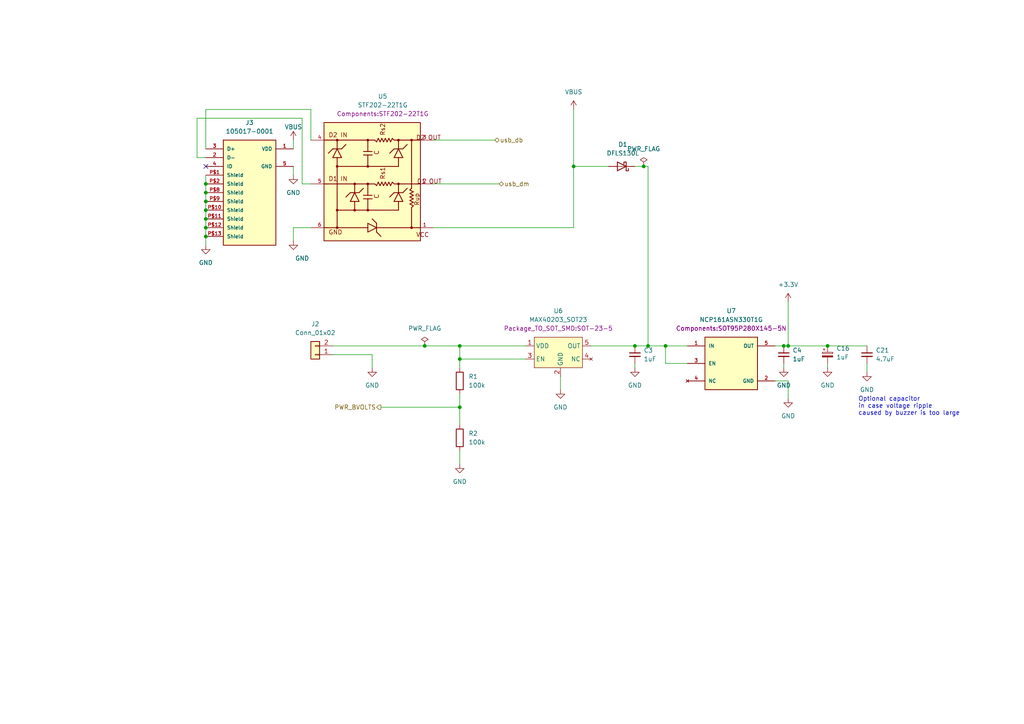
<source format=kicad_sch>
(kicad_sch (version 20211123) (generator eeschema)

  (uuid c984c7b4-056a-4621-ae36-56278099eac3)

  (paper "A4")

  (lib_symbols
    (symbol "Components:105017-0001" (pin_names (offset 1.016)) (in_bom yes) (on_board yes)
      (property "Reference" "J3" (id 0) (at 0 10.16 0)
        (effects (font (size 1.27 1.27)))
      )
      (property "Value" "105017-0001" (id 1) (at 0 7.62 0)
        (effects (font (size 1.27 1.27)))
      )
      (property "Footprint" "MOLEX_105017-0001" (id 2) (at 0 0 0)
        (effects (font (size 1.27 1.27)) (justify bottom) hide)
      )
      (property "Datasheet" "https://www.mouser.co.uk/datasheet/2/276/1/1050170001_IO_CONNECTORS-230168.pdf" (id 3) (at 0 0 0)
        (effects (font (size 1.27 1.27)) hide)
      )
      (property "ki_description" "Molex micro usb" (id 4) (at 0 0 0)
        (effects (font (size 1.27 1.27)) hide)
      )
      (symbol "105017-0001_0_0"
        (rectangle (start -7.62 5.08) (end 7.62 -25.4)
          (stroke (width 0.254) (type default) (color 0 0 0 0))
          (fill (type background))
        )
        (pin power_in line (at 12.7 2.54 180) (length 5.08)
          (name "VDD" (effects (font (size 1.016 1.016))))
          (number "1" (effects (font (size 1.016 1.016))))
        )
        (pin bidirectional line (at -12.7 0 0) (length 5.08)
          (name "D-" (effects (font (size 1.016 1.016))))
          (number "2" (effects (font (size 1.016 1.016))))
        )
        (pin bidirectional line (at -12.7 2.54 0) (length 5.08)
          (name "D+" (effects (font (size 1.016 1.016))))
          (number "3" (effects (font (size 1.016 1.016))))
        )
        (pin passive line (at -12.7 -2.54 0) (length 5.08)
          (name "ID" (effects (font (size 1.016 1.016))))
          (number "4" (effects (font (size 1.016 1.016))))
        )
        (pin power_in line (at 12.7 -2.54 180) (length 5.08)
          (name "GND" (effects (font (size 1.016 1.016))))
          (number "5" (effects (font (size 1.016 1.016))))
        )
      )
      (symbol "105017-0001_1_1"
        (pin passive line (at -12.7 -5.08 0) (length 5.08)
          (name "Shield" (effects (font (size 1.016 1.016))))
          (number "P$1" (effects (font (size 1.016 1.016))))
        )
        (pin passive line (at -12.7 -15.24 0) (length 5.08)
          (name "Shield" (effects (font (size 1.016 1.016))))
          (number "P$10" (effects (font (size 1.016 1.016))))
        )
        (pin passive line (at -12.7 -17.78 0) (length 5.08)
          (name "Shield" (effects (font (size 1.016 1.016))))
          (number "P$11" (effects (font (size 1.016 1.016))))
        )
        (pin passive line (at -12.7 -20.32 0) (length 5.08)
          (name "Shield" (effects (font (size 1.016 1.016))))
          (number "P$12" (effects (font (size 1.016 1.016))))
        )
        (pin passive line (at -12.7 -22.86 0) (length 5.08)
          (name "Shield" (effects (font (size 1.016 1.016))))
          (number "P$13" (effects (font (size 1.016 1.016))))
        )
        (pin passive line (at -12.7 -7.62 0) (length 5.08)
          (name "Shield" (effects (font (size 1.016 1.016))))
          (number "P$2" (effects (font (size 1.016 1.016))))
        )
        (pin passive line (at -12.7 -10.16 0) (length 5.08)
          (name "Shield" (effects (font (size 1.016 1.016))))
          (number "P$8" (effects (font (size 1.016 1.016))))
        )
        (pin passive line (at -12.7 -12.7 0) (length 5.08)
          (name "Shield" (effects (font (size 1.016 1.016))))
          (number "P$9" (effects (font (size 1.016 1.016))))
        )
      )
    )
    (symbol "Components:DFLS130L" (pin_numbers hide) (pin_names (offset 1.016) hide) (in_bom yes) (on_board yes)
      (property "Reference" "D" (id 0) (at 0 2.54 0)
        (effects (font (size 1.27 1.27)))
      )
      (property "Value" "DFLS130L" (id 1) (at 0 -2.54 0)
        (effects (font (size 1.27 1.27)))
      )
      (property "Footprint" "" (id 2) (at 0 0 0)
        (effects (font (size 1.27 1.27)) hide)
      )
      (property "Datasheet" "~" (id 3) (at 0 0 0)
        (effects (font (size 1.27 1.27)) hide)
      )
      (property "ki_keywords" "diode Schottky" (id 4) (at 0 0 0)
        (effects (font (size 1.27 1.27)) hide)
      )
      (property "ki_description" "Schottky diode" (id 5) (at 0 0 0)
        (effects (font (size 1.27 1.27)) hide)
      )
      (property "ki_fp_filters" "TO-???* *_Diode_* *SingleDiode* D_*" (id 6) (at 0 0 0)
        (effects (font (size 1.27 1.27)) hide)
      )
      (symbol "DFLS130L_0_1"
        (polyline
          (pts
            (xy 1.27 0)
            (xy -1.27 0)
          )
          (stroke (width 0) (type default) (color 0 0 0 0))
          (fill (type none))
        )
        (polyline
          (pts
            (xy 1.27 1.27)
            (xy 1.27 -1.27)
            (xy -1.27 0)
            (xy 1.27 1.27)
          )
          (stroke (width 0.254) (type default) (color 0 0 0 0))
          (fill (type none))
        )
        (polyline
          (pts
            (xy -1.905 0.635)
            (xy -1.905 1.27)
            (xy -1.27 1.27)
            (xy -1.27 -1.27)
            (xy -0.635 -1.27)
            (xy -0.635 -0.635)
          )
          (stroke (width 0.254) (type default) (color 0 0 0 0))
          (fill (type none))
        )
      )
      (symbol "DFLS130L_1_1"
        (pin passive line (at -3.81 0 0) (length 2.54)
          (name "K" (effects (font (size 1.27 1.27))))
          (number "1" (effects (font (size 1.27 1.27))))
        )
        (pin passive line (at 3.81 0 180) (length 2.54)
          (name "A" (effects (font (size 1.27 1.27))))
          (number "2" (effects (font (size 1.27 1.27))))
        )
      )
    )
    (symbol "Components:MAX40203_SOT23" (in_bom yes) (on_board yes)
      (property "Reference" "U" (id 0) (at 0 7.62 0)
        (effects (font (size 1.27 1.27)))
      )
      (property "Value" "MAX40203_SOT23" (id 1) (at 1.27 5.08 0)
        (effects (font (size 1.27 1.27)))
      )
      (property "Footprint" "Package_TO_SOT_SMD:SOT-23-5" (id 2) (at 1.27 10.16 0)
        (effects (font (size 1.27 1.27)))
      )
      (property "Datasheet" "" (id 3) (at 0 0 0)
        (effects (font (size 1.27 1.27)) hide)
      )
      (symbol "MAX40203_SOT23_0_1"
        (rectangle (start -6.35 3.81) (end 7.62 -5.08)
          (stroke (width 0) (type default) (color 0 0 0 0))
          (fill (type background))
        )
      )
      (symbol "MAX40203_SOT23_1_1"
        (pin power_in line (at -8.89 1.27 0) (length 2.54)
          (name "VDD" (effects (font (size 1.27 1.27))))
          (number "1" (effects (font (size 1.27 1.27))))
        )
        (pin power_in line (at 1.27 -7.62 90) (length 2.54)
          (name "GND" (effects (font (size 1.27 1.27))))
          (number "2" (effects (font (size 1.27 1.27))))
        )
        (pin input line (at -8.89 -2.54 0) (length 2.54)
          (name "EN" (effects (font (size 1.27 1.27))))
          (number "3" (effects (font (size 1.27 1.27))))
        )
        (pin no_connect line (at 10.16 -2.54 180) (length 2.54)
          (name "NC" (effects (font (size 1.27 1.27))))
          (number "4" (effects (font (size 1.27 1.27))))
        )
        (pin power_out line (at 10.16 1.27 180) (length 2.54)
          (name "OUT" (effects (font (size 1.27 1.27))))
          (number "5" (effects (font (size 1.27 1.27))))
        )
      )
    )
    (symbol "Components:NCP161ASN180T1G" (pin_names (offset 1.016)) (in_bom yes) (on_board yes)
      (property "Reference" "U" (id 0) (at -7.62 8.382 0)
        (effects (font (size 1.27 1.27)) (justify left bottom))
      )
      (property "Value" "NCP161ASN180T1G" (id 1) (at -7.62 -10.16 0)
        (effects (font (size 1.27 1.27)) (justify left bottom))
      )
      (property "Footprint" "Components:SOT95P280X145-5N" (id 2) (at 0 0 0)
        (effects (font (size 1.27 1.27)) (justify bottom))
      )
      (property "Datasheet" "" (id 3) (at 0 0 0)
        (effects (font (size 1.27 1.27)) hide)
      )
      (property "PARTREV" "Rev. 18" (id 4) (at 0 0 0)
        (effects (font (size 1.27 1.27)) (justify bottom) hide)
      )
      (property "SNAPEDA_PN" "NCP161ASN180T1G" (id 5) (at 0 0 0)
        (effects (font (size 1.27 1.27)) (justify bottom) hide)
      )
      (property "STANDARD" "IPC-7351B" (id 6) (at 0 0 0)
        (effects (font (size 1.27 1.27)) (justify bottom) hide)
      )
      (property "MANUFACTURER" "Onsemi" (id 7) (at 0 0 0)
        (effects (font (size 1.27 1.27)) (justify bottom) hide)
      )
      (property "MAXIMUM_PACKAGE_HEIGHT" "1.45 mm" (id 8) (at 0 0 0)
        (effects (font (size 1.27 1.27)) (justify bottom) hide)
      )
      (symbol "NCP161ASN180T1G_0_0"
        (rectangle (start -7.62 -7.62) (end 7.62 7.62)
          (stroke (width 0.254) (type default) (color 0 0 0 0))
          (fill (type background))
        )
        (pin input line (at -12.7 5.08 0) (length 5.08)
          (name "IN" (effects (font (size 1.016 1.016))))
          (number "1" (effects (font (size 1.016 1.016))))
        )
        (pin power_in line (at 12.7 -5.08 180) (length 5.08)
          (name "GND" (effects (font (size 1.016 1.016))))
          (number "2" (effects (font (size 1.016 1.016))))
        )
        (pin input line (at -12.7 0 0) (length 5.08)
          (name "EN" (effects (font (size 1.016 1.016))))
          (number "3" (effects (font (size 1.016 1.016))))
        )
        (pin no_connect line (at -12.7 -5.08 0) (length 5.08)
          (name "NC" (effects (font (size 1.016 1.016))))
          (number "4" (effects (font (size 1.016 1.016))))
        )
        (pin output line (at 12.7 5.08 180) (length 5.08)
          (name "OUT" (effects (font (size 1.016 1.016))))
          (number "5" (effects (font (size 1.016 1.016))))
        )
      )
    )
    (symbol "Components:STF202-22T1G" (pin_names (offset 1.016)) (in_bom yes) (on_board yes)
      (property "Reference" "U" (id 0) (at -13.97 19.05 0)
        (effects (font (size 1.27 1.27)) (justify left))
      )
      (property "Value" "STF202-22T1G" (id 1) (at -13.97 -18.415 0)
        (effects (font (size 1.27 1.27)) (justify left))
      )
      (property "Footprint" "Components:STF202-22T1G" (id 2) (at 0 0 0)
        (effects (font (size 1.27 1.27)) (justify bottom))
      )
      (property "Datasheet" "" (id 3) (at 0 0 0)
        (effects (font (size 1.27 1.27)) hide)
      )
      (symbol "STF202-22T1G_0_0"
        (rectangle (start -13.97 -16.51) (end 13.97 17.78)
          (stroke (width 0.254) (type default) (color 0 0 0 0))
          (fill (type background))
        )
        (circle (center -10.16 -12.7) (radius 0.254)
          (stroke (width 0.254) (type default) (color 0 0 0 0))
          (fill (type none))
        )
        (circle (center -10.16 -7.62) (radius 0.254)
          (stroke (width 0.254) (type default) (color 0 0 0 0))
          (fill (type none))
        )
        (circle (center -10.16 5.08) (radius 0.254)
          (stroke (width 0.254) (type default) (color 0 0 0 0))
          (fill (type none))
        )
        (circle (center -10.16 12.7) (radius 0.254)
          (stroke (width 0.254) (type default) (color 0 0 0 0))
          (fill (type none))
        )
        (circle (center -5.08 -7.62) (radius 0.254)
          (stroke (width 0.254) (type default) (color 0 0 0 0))
          (fill (type none))
        )
        (circle (center -5.08 0) (radius 0.254)
          (stroke (width 0.254) (type default) (color 0 0 0 0))
          (fill (type none))
        )
        (circle (center -1.27 -7.62) (radius 0.254)
          (stroke (width 0.254) (type default) (color 0 0 0 0))
          (fill (type none))
        )
        (circle (center -1.27 0) (radius 0.254)
          (stroke (width 0.254) (type default) (color 0 0 0 0))
          (fill (type none))
        )
        (circle (center -1.27 5.08) (radius 0.254)
          (stroke (width 0.254) (type default) (color 0 0 0 0))
          (fill (type none))
        )
        (circle (center -1.27 12.7) (radius 0.254)
          (stroke (width 0.254) (type default) (color 0 0 0 0))
          (fill (type none))
        )
        (polyline
          (pts
            (xy -13.97 -12.7)
            (xy -1.27 -12.7)
          )
          (stroke (width 0.254) (type default) (color 0 0 0 0))
          (fill (type none))
        )
        (polyline
          (pts
            (xy -11.43 7.62)
            (xy -10.16 7.62)
          )
          (stroke (width 0.254) (type default) (color 0 0 0 0))
          (fill (type none))
        )
        (polyline
          (pts
            (xy -11.43 10.16)
            (xy -12.7 8.89)
          )
          (stroke (width 0.254) (type default) (color 0 0 0 0))
          (fill (type none))
        )
        (polyline
          (pts
            (xy -11.43 10.16)
            (xy -10.16 10.16)
          )
          (stroke (width 0.254) (type default) (color 0 0 0 0))
          (fill (type none))
        )
        (polyline
          (pts
            (xy -10.16 -7.62)
            (xy -10.16 -12.7)
          )
          (stroke (width 0.254) (type default) (color 0 0 0 0))
          (fill (type none))
        )
        (polyline
          (pts
            (xy -10.16 5.08)
            (xy -10.16 -7.62)
          )
          (stroke (width 0.254) (type default) (color 0 0 0 0))
          (fill (type none))
        )
        (polyline
          (pts
            (xy -10.16 7.62)
            (xy -10.16 5.08)
          )
          (stroke (width 0.254) (type default) (color 0 0 0 0))
          (fill (type none))
        )
        (polyline
          (pts
            (xy -10.16 7.62)
            (xy -8.89 7.62)
          )
          (stroke (width 0.254) (type default) (color 0 0 0 0))
          (fill (type none))
        )
        (polyline
          (pts
            (xy -10.16 10.16)
            (xy -11.43 7.62)
          )
          (stroke (width 0.254) (type default) (color 0 0 0 0))
          (fill (type none))
        )
        (polyline
          (pts
            (xy -10.16 10.16)
            (xy -8.89 10.16)
          )
          (stroke (width 0.254) (type default) (color 0 0 0 0))
          (fill (type none))
        )
        (polyline
          (pts
            (xy -10.16 12.7)
            (xy -10.16 10.16)
          )
          (stroke (width 0.254) (type default) (color 0 0 0 0))
          (fill (type none))
        )
        (polyline
          (pts
            (xy -8.89 7.62)
            (xy -10.16 10.16)
          )
          (stroke (width 0.254) (type default) (color 0 0 0 0))
          (fill (type none))
        )
        (polyline
          (pts
            (xy -8.89 10.16)
            (xy -7.62 11.43)
          )
          (stroke (width 0.254) (type default) (color 0 0 0 0))
          (fill (type none))
        )
        (polyline
          (pts
            (xy -6.35 -5.08)
            (xy -5.08 -5.08)
          )
          (stroke (width 0.254) (type default) (color 0 0 0 0))
          (fill (type none))
        )
        (polyline
          (pts
            (xy -6.35 -2.54)
            (xy -7.62 -3.81)
          )
          (stroke (width 0.254) (type default) (color 0 0 0 0))
          (fill (type none))
        )
        (polyline
          (pts
            (xy -6.35 -2.54)
            (xy -5.08 -2.54)
          )
          (stroke (width 0.254) (type default) (color 0 0 0 0))
          (fill (type none))
        )
        (polyline
          (pts
            (xy -5.08 -7.62)
            (xy -5.08 -5.08)
          )
          (stroke (width 0.254) (type default) (color 0 0 0 0))
          (fill (type none))
        )
        (polyline
          (pts
            (xy -5.08 -5.08)
            (xy -3.81 -5.08)
          )
          (stroke (width 0.254) (type default) (color 0 0 0 0))
          (fill (type none))
        )
        (polyline
          (pts
            (xy -5.08 -2.54)
            (xy -6.35 -5.08)
          )
          (stroke (width 0.254) (type default) (color 0 0 0 0))
          (fill (type none))
        )
        (polyline
          (pts
            (xy -5.08 -2.54)
            (xy -3.81 -2.54)
          )
          (stroke (width 0.254) (type default) (color 0 0 0 0))
          (fill (type none))
        )
        (polyline
          (pts
            (xy -5.08 0)
            (xy -5.08 -2.54)
          )
          (stroke (width 0.254) (type default) (color 0 0 0 0))
          (fill (type none))
        )
        (polyline
          (pts
            (xy -3.81 -5.08)
            (xy -5.08 -2.54)
          )
          (stroke (width 0.254) (type default) (color 0 0 0 0))
          (fill (type none))
        )
        (polyline
          (pts
            (xy -3.81 -2.54)
            (xy -2.54 -1.27)
          )
          (stroke (width 0.254) (type default) (color 0 0 0 0))
          (fill (type none))
        )
        (polyline
          (pts
            (xy -2.54 -4.318)
            (xy -1.27 -4.318)
          )
          (stroke (width 0.254) (type default) (color 0 0 0 0))
          (fill (type none))
        )
        (polyline
          (pts
            (xy -2.54 -3.302)
            (xy -1.27 -3.302)
          )
          (stroke (width 0.254) (type default) (color 0 0 0 0))
          (fill (type none))
        )
        (polyline
          (pts
            (xy -2.54 8.382)
            (xy -1.27 8.382)
          )
          (stroke (width 0.254) (type default) (color 0 0 0 0))
          (fill (type none))
        )
        (polyline
          (pts
            (xy -2.54 9.398)
            (xy -1.27 9.398)
          )
          (stroke (width 0.254) (type default) (color 0 0 0 0))
          (fill (type none))
        )
        (polyline
          (pts
            (xy -1.27 -13.97)
            (xy 1.27 -12.7)
          )
          (stroke (width 0.254) (type default) (color 0 0 0 0))
          (fill (type none))
        )
        (polyline
          (pts
            (xy -1.27 -12.7)
            (xy -1.27 -13.97)
          )
          (stroke (width 0.254) (type default) (color 0 0 0 0))
          (fill (type none))
        )
        (polyline
          (pts
            (xy -1.27 -11.43)
            (xy -1.27 -12.7)
          )
          (stroke (width 0.254) (type default) (color 0 0 0 0))
          (fill (type none))
        )
        (polyline
          (pts
            (xy -1.27 -7.62)
            (xy -1.27 -4.318)
          )
          (stroke (width 0.254) (type default) (color 0 0 0 0))
          (fill (type none))
        )
        (polyline
          (pts
            (xy -1.27 -4.318)
            (xy 0 -4.318)
          )
          (stroke (width 0.254) (type default) (color 0 0 0 0))
          (fill (type none))
        )
        (polyline
          (pts
            (xy -1.27 -3.302)
            (xy 0 -3.302)
          )
          (stroke (width 0.254) (type default) (color 0 0 0 0))
          (fill (type none))
        )
        (polyline
          (pts
            (xy -1.27 0)
            (xy -13.97 0)
          )
          (stroke (width 0.254) (type default) (color 0 0 0 0))
          (fill (type none))
        )
        (polyline
          (pts
            (xy -1.27 0)
            (xy -1.27 -3.302)
          )
          (stroke (width 0.254) (type default) (color 0 0 0 0))
          (fill (type none))
        )
        (polyline
          (pts
            (xy -1.27 0)
            (xy 0.762 0)
          )
          (stroke (width 0.254) (type default) (color 0 0 0 0))
          (fill (type none))
        )
        (polyline
          (pts
            (xy -1.27 5.08)
            (xy -1.27 8.382)
          )
          (stroke (width 0.254) (type default) (color 0 0 0 0))
          (fill (type none))
        )
        (polyline
          (pts
            (xy -1.27 8.382)
            (xy 0 8.382)
          )
          (stroke (width 0.254) (type default) (color 0 0 0 0))
          (fill (type none))
        )
        (polyline
          (pts
            (xy -1.27 9.398)
            (xy 0 9.398)
          )
          (stroke (width 0.254) (type default) (color 0 0 0 0))
          (fill (type none))
        )
        (polyline
          (pts
            (xy -1.27 12.7)
            (xy -13.97 12.7)
          )
          (stroke (width 0.254) (type default) (color 0 0 0 0))
          (fill (type none))
        )
        (polyline
          (pts
            (xy -1.27 12.7)
            (xy -1.27 9.398)
          )
          (stroke (width 0.254) (type default) (color 0 0 0 0))
          (fill (type none))
        )
        (polyline
          (pts
            (xy -1.27 12.7)
            (xy 0.762 12.7)
          )
          (stroke (width 0.254) (type default) (color 0 0 0 0))
          (fill (type none))
        )
        (polyline
          (pts
            (xy 1.27 -13.97)
            (xy 2.54 -15.24)
          )
          (stroke (width 0.254) (type default) (color 0 0 0 0))
          (fill (type none))
        )
        (polyline
          (pts
            (xy 1.27 -12.7)
            (xy -1.27 -11.43)
          )
          (stroke (width 0.254) (type default) (color 0 0 0 0))
          (fill (type none))
        )
        (polyline
          (pts
            (xy 1.27 -12.7)
            (xy 1.27 -13.97)
          )
          (stroke (width 0.254) (type default) (color 0 0 0 0))
          (fill (type none))
        )
        (polyline
          (pts
            (xy 1.27 -11.43)
            (xy 0 -10.16)
          )
          (stroke (width 0.254) (type default) (color 0 0 0 0))
          (fill (type none))
        )
        (polyline
          (pts
            (xy 1.27 -11.43)
            (xy 1.27 -12.7)
          )
          (stroke (width 0.254) (type default) (color 0 0 0 0))
          (fill (type none))
        )
        (polyline
          (pts
            (xy 1.27 -0.508)
            (xy 0.762 0)
          )
          (stroke (width 0.254) (type default) (color 0 0 0 0))
          (fill (type none))
        )
        (polyline
          (pts
            (xy 1.27 12.192)
            (xy 0.762 12.7)
          )
          (stroke (width 0.254) (type default) (color 0 0 0 0))
          (fill (type none))
        )
        (polyline
          (pts
            (xy 1.778 0.508)
            (xy 1.27 -0.508)
          )
          (stroke (width 0.254) (type default) (color 0 0 0 0))
          (fill (type none))
        )
        (polyline
          (pts
            (xy 1.778 13.208)
            (xy 1.27 12.192)
          )
          (stroke (width 0.254) (type default) (color 0 0 0 0))
          (fill (type none))
        )
        (polyline
          (pts
            (xy 2.286 -0.508)
            (xy 1.778 0.508)
          )
          (stroke (width 0.254) (type default) (color 0 0 0 0))
          (fill (type none))
        )
        (polyline
          (pts
            (xy 2.286 12.192)
            (xy 1.778 13.208)
          )
          (stroke (width 0.254) (type default) (color 0 0 0 0))
          (fill (type none))
        )
        (polyline
          (pts
            (xy 2.794 0.508)
            (xy 2.286 -0.508)
          )
          (stroke (width 0.254) (type default) (color 0 0 0 0))
          (fill (type none))
        )
        (polyline
          (pts
            (xy 2.794 13.208)
            (xy 2.286 12.192)
          )
          (stroke (width 0.254) (type default) (color 0 0 0 0))
          (fill (type none))
        )
        (polyline
          (pts
            (xy 3.302 -0.508)
            (xy 2.794 0.508)
          )
          (stroke (width 0.254) (type default) (color 0 0 0 0))
          (fill (type none))
        )
        (polyline
          (pts
            (xy 3.302 12.192)
            (xy 2.794 13.208)
          )
          (stroke (width 0.254) (type default) (color 0 0 0 0))
          (fill (type none))
        )
        (polyline
          (pts
            (xy 3.81 0.508)
            (xy 3.302 -0.508)
          )
          (stroke (width 0.254) (type default) (color 0 0 0 0))
          (fill (type none))
        )
        (polyline
          (pts
            (xy 3.81 13.208)
            (xy 3.302 12.192)
          )
          (stroke (width 0.254) (type default) (color 0 0 0 0))
          (fill (type none))
        )
        (polyline
          (pts
            (xy 4.318 -0.508)
            (xy 3.81 0.508)
          )
          (stroke (width 0.254) (type default) (color 0 0 0 0))
          (fill (type none))
        )
        (polyline
          (pts
            (xy 4.318 12.192)
            (xy 3.81 13.208)
          )
          (stroke (width 0.254) (type default) (color 0 0 0 0))
          (fill (type none))
        )
        (polyline
          (pts
            (xy 4.826 0.508)
            (xy 4.318 -0.508)
          )
          (stroke (width 0.254) (type default) (color 0 0 0 0))
          (fill (type none))
        )
        (polyline
          (pts
            (xy 4.826 13.208)
            (xy 4.318 12.192)
          )
          (stroke (width 0.254) (type default) (color 0 0 0 0))
          (fill (type none))
        )
        (polyline
          (pts
            (xy 5.334 -0.508)
            (xy 4.826 0.508)
          )
          (stroke (width 0.254) (type default) (color 0 0 0 0))
          (fill (type none))
        )
        (polyline
          (pts
            (xy 5.334 12.192)
            (xy 4.826 13.208)
          )
          (stroke (width 0.254) (type default) (color 0 0 0 0))
          (fill (type none))
        )
        (polyline
          (pts
            (xy 5.842 0.508)
            (xy 5.334 -0.508)
          )
          (stroke (width 0.254) (type default) (color 0 0 0 0))
          (fill (type none))
        )
        (polyline
          (pts
            (xy 5.842 13.208)
            (xy 5.334 12.192)
          )
          (stroke (width 0.254) (type default) (color 0 0 0 0))
          (fill (type none))
        )
        (polyline
          (pts
            (xy 6.35 -5.08)
            (xy 7.62 -5.08)
          )
          (stroke (width 0.254) (type default) (color 0 0 0 0))
          (fill (type none))
        )
        (polyline
          (pts
            (xy 6.35 -2.54)
            (xy 5.08 -3.81)
          )
          (stroke (width 0.254) (type default) (color 0 0 0 0))
          (fill (type none))
        )
        (polyline
          (pts
            (xy 6.35 -2.54)
            (xy 7.62 -2.54)
          )
          (stroke (width 0.254) (type default) (color 0 0 0 0))
          (fill (type none))
        )
        (polyline
          (pts
            (xy 6.35 0)
            (xy 5.842 0.508)
          )
          (stroke (width 0.254) (type default) (color 0 0 0 0))
          (fill (type none))
        )
        (polyline
          (pts
            (xy 6.35 0)
            (xy 7.62 0)
          )
          (stroke (width 0.254) (type default) (color 0 0 0 0))
          (fill (type none))
        )
        (polyline
          (pts
            (xy 6.35 7.62)
            (xy 7.62 7.62)
          )
          (stroke (width 0.254) (type default) (color 0 0 0 0))
          (fill (type none))
        )
        (polyline
          (pts
            (xy 6.35 10.16)
            (xy 5.08 8.89)
          )
          (stroke (width 0.254) (type default) (color 0 0 0 0))
          (fill (type none))
        )
        (polyline
          (pts
            (xy 6.35 10.16)
            (xy 7.62 10.16)
          )
          (stroke (width 0.254) (type default) (color 0 0 0 0))
          (fill (type none))
        )
        (polyline
          (pts
            (xy 6.35 12.7)
            (xy 5.842 13.208)
          )
          (stroke (width 0.254) (type default) (color 0 0 0 0))
          (fill (type none))
        )
        (polyline
          (pts
            (xy 6.35 12.7)
            (xy 7.62 12.7)
          )
          (stroke (width 0.254) (type default) (color 0 0 0 0))
          (fill (type none))
        )
        (polyline
          (pts
            (xy 7.62 -7.62)
            (xy -10.16 -7.62)
          )
          (stroke (width 0.254) (type default) (color 0 0 0 0))
          (fill (type none))
        )
        (polyline
          (pts
            (xy 7.62 -7.62)
            (xy 7.62 -5.08)
          )
          (stroke (width 0.254) (type default) (color 0 0 0 0))
          (fill (type none))
        )
        (polyline
          (pts
            (xy 7.62 -5.08)
            (xy 8.89 -5.08)
          )
          (stroke (width 0.254) (type default) (color 0 0 0 0))
          (fill (type none))
        )
        (polyline
          (pts
            (xy 7.62 -2.54)
            (xy 6.35 -5.08)
          )
          (stroke (width 0.254) (type default) (color 0 0 0 0))
          (fill (type none))
        )
        (polyline
          (pts
            (xy 7.62 -2.54)
            (xy 8.89 -2.54)
          )
          (stroke (width 0.254) (type default) (color 0 0 0 0))
          (fill (type none))
        )
        (polyline
          (pts
            (xy 7.62 0)
            (xy 7.62 -2.54)
          )
          (stroke (width 0.254) (type default) (color 0 0 0 0))
          (fill (type none))
        )
        (polyline
          (pts
            (xy 7.62 0)
            (xy 11.43 0)
          )
          (stroke (width 0.254) (type default) (color 0 0 0 0))
          (fill (type none))
        )
        (polyline
          (pts
            (xy 7.62 5.08)
            (xy -10.16 5.08)
          )
          (stroke (width 0.254) (type default) (color 0 0 0 0))
          (fill (type none))
        )
        (polyline
          (pts
            (xy 7.62 5.08)
            (xy 7.62 7.62)
          )
          (stroke (width 0.254) (type default) (color 0 0 0 0))
          (fill (type none))
        )
        (polyline
          (pts
            (xy 7.62 7.62)
            (xy 8.89 7.62)
          )
          (stroke (width 0.254) (type default) (color 0 0 0 0))
          (fill (type none))
        )
        (polyline
          (pts
            (xy 7.62 10.16)
            (xy 6.35 7.62)
          )
          (stroke (width 0.254) (type default) (color 0 0 0 0))
          (fill (type none))
        )
        (polyline
          (pts
            (xy 7.62 10.16)
            (xy 8.89 10.16)
          )
          (stroke (width 0.254) (type default) (color 0 0 0 0))
          (fill (type none))
        )
        (polyline
          (pts
            (xy 7.62 12.7)
            (xy 7.62 10.16)
          )
          (stroke (width 0.254) (type default) (color 0 0 0 0))
          (fill (type none))
        )
        (polyline
          (pts
            (xy 8.89 -5.08)
            (xy 7.62 -2.54)
          )
          (stroke (width 0.254) (type default) (color 0 0 0 0))
          (fill (type none))
        )
        (polyline
          (pts
            (xy 8.89 -2.54)
            (xy 10.16 -1.27)
          )
          (stroke (width 0.254) (type default) (color 0 0 0 0))
          (fill (type none))
        )
        (polyline
          (pts
            (xy 8.89 7.62)
            (xy 7.62 10.16)
          )
          (stroke (width 0.254) (type default) (color 0 0 0 0))
          (fill (type none))
        )
        (polyline
          (pts
            (xy 8.89 10.16)
            (xy 10.16 11.43)
          )
          (stroke (width 0.254) (type default) (color 0 0 0 0))
          (fill (type none))
        )
        (polyline
          (pts
            (xy 10.922 -5.842)
            (xy 11.938 -6.35)
          )
          (stroke (width 0.254) (type default) (color 0 0 0 0))
          (fill (type none))
        )
        (polyline
          (pts
            (xy 10.922 -4.826)
            (xy 11.938 -5.334)
          )
          (stroke (width 0.254) (type default) (color 0 0 0 0))
          (fill (type none))
        )
        (polyline
          (pts
            (xy 10.922 -3.81)
            (xy 11.938 -4.318)
          )
          (stroke (width 0.254) (type default) (color 0 0 0 0))
          (fill (type none))
        )
        (polyline
          (pts
            (xy 10.922 -2.794)
            (xy 11.938 -3.302)
          )
          (stroke (width 0.254) (type default) (color 0 0 0 0))
          (fill (type none))
        )
        (polyline
          (pts
            (xy 10.922 -1.778)
            (xy 11.938 -2.286)
          )
          (stroke (width 0.254) (type default) (color 0 0 0 0))
          (fill (type none))
        )
        (polyline
          (pts
            (xy 11.43 -12.7)
            (xy 1.27 -12.7)
          )
          (stroke (width 0.254) (type default) (color 0 0 0 0))
          (fill (type none))
        )
        (polyline
          (pts
            (xy 11.43 -12.7)
            (xy 11.43 -6.858)
          )
          (stroke (width 0.254) (type default) (color 0 0 0 0))
          (fill (type none))
        )
        (polyline
          (pts
            (xy 11.43 -12.7)
            (xy 13.97 -12.7)
          )
          (stroke (width 0.254) (type default) (color 0 0 0 0))
          (fill (type none))
        )
        (polyline
          (pts
            (xy 11.43 -1.27)
            (xy 10.922 -1.778)
          )
          (stroke (width 0.254) (type default) (color 0 0 0 0))
          (fill (type none))
        )
        (polyline
          (pts
            (xy 11.43 -1.27)
            (xy 11.43 0)
          )
          (stroke (width 0.254) (type default) (color 0 0 0 0))
          (fill (type none))
        )
        (polyline
          (pts
            (xy 11.43 0)
            (xy 11.43 12.7)
          )
          (stroke (width 0.254) (type default) (color 0 0 0 0))
          (fill (type none))
        )
        (polyline
          (pts
            (xy 11.43 0)
            (xy 13.97 0)
          )
          (stroke (width 0.254) (type default) (color 0 0 0 0))
          (fill (type none))
        )
        (polyline
          (pts
            (xy 11.43 12.7)
            (xy 7.62 12.7)
          )
          (stroke (width 0.254) (type default) (color 0 0 0 0))
          (fill (type none))
        )
        (polyline
          (pts
            (xy 11.43 12.7)
            (xy 13.97 12.7)
          )
          (stroke (width 0.254) (type default) (color 0 0 0 0))
          (fill (type none))
        )
        (polyline
          (pts
            (xy 11.938 -6.35)
            (xy 11.43 -6.858)
          )
          (stroke (width 0.254) (type default) (color 0 0 0 0))
          (fill (type none))
        )
        (polyline
          (pts
            (xy 11.938 -5.334)
            (xy 10.922 -5.842)
          )
          (stroke (width 0.254) (type default) (color 0 0 0 0))
          (fill (type none))
        )
        (polyline
          (pts
            (xy 11.938 -4.318)
            (xy 10.922 -4.826)
          )
          (stroke (width 0.254) (type default) (color 0 0 0 0))
          (fill (type none))
        )
        (polyline
          (pts
            (xy 11.938 -3.302)
            (xy 10.922 -3.81)
          )
          (stroke (width 0.254) (type default) (color 0 0 0 0))
          (fill (type none))
        )
        (polyline
          (pts
            (xy 11.938 -2.286)
            (xy 10.922 -2.794)
          )
          (stroke (width 0.254) (type default) (color 0 0 0 0))
          (fill (type none))
        )
        (circle (center 7.62 0) (radius 0.254)
          (stroke (width 0.254) (type default) (color 0 0 0 0))
          (fill (type none))
        )
        (circle (center 7.62 12.7) (radius 0.254)
          (stroke (width 0.254) (type default) (color 0 0 0 0))
          (fill (type none))
        )
        (circle (center 11.43 -12.7) (radius 0.254)
          (stroke (width 0.254) (type default) (color 0 0 0 0))
          (fill (type none))
        )
        (circle (center 11.43 12.7) (radius 0.254)
          (stroke (width 0.254) (type default) (color 0 0 0 0))
          (fill (type none))
        )
        (text "C" (at 2.032 -4.318 900)
          (effects (font (size 1.27 1.27)) (justify left bottom))
        )
        (text "C" (at 2.032 8.382 900)
          (effects (font (size 1.27 1.27)) (justify left bottom))
        )
        (text "D1 IN" (at -12.7 0.762 0)
          (effects (font (size 1.27 1.27)) (justify left bottom))
        )
        (text "D1 OUT" (at 12.954 0.762 0)
          (effects (font (size 1.27 1.27)) (justify left))
        )
        (text "D2 IN" (at -12.7 13.462 0)
          (effects (font (size 1.27 1.27)) (justify left bottom))
        )
        (text "D2 OUT" (at 12.7 13.462 0)
          (effects (font (size 1.27 1.27)) (justify left))
        )
        (text "GND" (at -12.7 -14.732 0)
          (effects (font (size 1.27 1.27)) (justify left bottom))
        )
        (text "Rs1" (at 3.81 1.27 900)
          (effects (font (size 1.27 1.27)) (justify left bottom))
        )
        (text "Rs2" (at 3.81 13.97 900)
          (effects (font (size 1.27 1.27)) (justify left bottom))
        )
        (text "Rup" (at 13.716 -6.35 900)
          (effects (font (size 1.27 1.27)) (justify left bottom))
        )
        (text "VCC" (at 12.7 -14.732 0)
          (effects (font (size 1.27 1.27)) (justify left))
        )
        (pin bidirectional line (at 17.78 -12.7 180) (length 5.08)
          (name "~" (effects (font (size 1.016 1.016))))
          (number "1" (effects (font (size 1.016 1.016))))
        )
        (pin bidirectional line (at 17.78 0 180) (length 5.08)
          (name "~" (effects (font (size 1.016 1.016))))
          (number "2" (effects (font (size 1.016 1.016))))
        )
        (pin bidirectional line (at 17.78 12.7 180) (length 5.08)
          (name "~" (effects (font (size 1.016 1.016))))
          (number "3" (effects (font (size 1.016 1.016))))
        )
        (pin bidirectional line (at -17.78 12.7 0) (length 5.08)
          (name "~" (effects (font (size 1.016 1.016))))
          (number "4" (effects (font (size 1.016 1.016))))
        )
        (pin bidirectional line (at -17.78 0 0) (length 5.08)
          (name "~" (effects (font (size 1.016 1.016))))
          (number "5" (effects (font (size 1.016 1.016))))
        )
        (pin bidirectional line (at -17.78 -12.7 0) (length 5.08)
          (name "~" (effects (font (size 1.016 1.016))))
          (number "6" (effects (font (size 1.016 1.016))))
        )
      )
    )
    (symbol "Connector_Generic:Conn_01x02" (pin_names (offset 1.016) hide) (in_bom yes) (on_board yes)
      (property "Reference" "J" (id 0) (at 0 2.54 0)
        (effects (font (size 1.27 1.27)))
      )
      (property "Value" "Conn_01x02" (id 1) (at 0 -5.08 0)
        (effects (font (size 1.27 1.27)))
      )
      (property "Footprint" "" (id 2) (at 0 0 0)
        (effects (font (size 1.27 1.27)) hide)
      )
      (property "Datasheet" "~" (id 3) (at 0 0 0)
        (effects (font (size 1.27 1.27)) hide)
      )
      (property "ki_keywords" "connector" (id 4) (at 0 0 0)
        (effects (font (size 1.27 1.27)) hide)
      )
      (property "ki_description" "Generic connector, single row, 01x02, script generated (kicad-library-utils/schlib/autogen/connector/)" (id 5) (at 0 0 0)
        (effects (font (size 1.27 1.27)) hide)
      )
      (property "ki_fp_filters" "Connector*:*_1x??_*" (id 6) (at 0 0 0)
        (effects (font (size 1.27 1.27)) hide)
      )
      (symbol "Conn_01x02_1_1"
        (rectangle (start -1.27 -2.413) (end 0 -2.667)
          (stroke (width 0.1524) (type default) (color 0 0 0 0))
          (fill (type none))
        )
        (rectangle (start -1.27 0.127) (end 0 -0.127)
          (stroke (width 0.1524) (type default) (color 0 0 0 0))
          (fill (type none))
        )
        (rectangle (start -1.27 1.27) (end 1.27 -3.81)
          (stroke (width 0.254) (type default) (color 0 0 0 0))
          (fill (type background))
        )
        (pin passive line (at -5.08 0 0) (length 3.81)
          (name "Pin_1" (effects (font (size 1.27 1.27))))
          (number "1" (effects (font (size 1.27 1.27))))
        )
        (pin passive line (at -5.08 -2.54 0) (length 3.81)
          (name "Pin_2" (effects (font (size 1.27 1.27))))
          (number "2" (effects (font (size 1.27 1.27))))
        )
      )
    )
    (symbol "Device:C_Polarized_Small" (pin_numbers hide) (pin_names (offset 0.254) hide) (in_bom yes) (on_board yes)
      (property "Reference" "C" (id 0) (at 0.254 1.778 0)
        (effects (font (size 1.27 1.27)) (justify left))
      )
      (property "Value" "C_Polarized_Small" (id 1) (at 0.254 -2.032 0)
        (effects (font (size 1.27 1.27)) (justify left))
      )
      (property "Footprint" "" (id 2) (at 0 0 0)
        (effects (font (size 1.27 1.27)) hide)
      )
      (property "Datasheet" "~" (id 3) (at 0 0 0)
        (effects (font (size 1.27 1.27)) hide)
      )
      (property "ki_keywords" "cap capacitor" (id 4) (at 0 0 0)
        (effects (font (size 1.27 1.27)) hide)
      )
      (property "ki_description" "Polarized capacitor, small symbol" (id 5) (at 0 0 0)
        (effects (font (size 1.27 1.27)) hide)
      )
      (property "ki_fp_filters" "CP_*" (id 6) (at 0 0 0)
        (effects (font (size 1.27 1.27)) hide)
      )
      (symbol "C_Polarized_Small_0_1"
        (rectangle (start -1.524 -0.3048) (end 1.524 -0.6858)
          (stroke (width 0) (type default) (color 0 0 0 0))
          (fill (type outline))
        )
        (rectangle (start -1.524 0.6858) (end 1.524 0.3048)
          (stroke (width 0) (type default) (color 0 0 0 0))
          (fill (type none))
        )
        (polyline
          (pts
            (xy -1.27 1.524)
            (xy -0.762 1.524)
          )
          (stroke (width 0) (type default) (color 0 0 0 0))
          (fill (type none))
        )
        (polyline
          (pts
            (xy -1.016 1.27)
            (xy -1.016 1.778)
          )
          (stroke (width 0) (type default) (color 0 0 0 0))
          (fill (type none))
        )
      )
      (symbol "C_Polarized_Small_1_1"
        (pin passive line (at 0 2.54 270) (length 1.8542)
          (name "~" (effects (font (size 1.27 1.27))))
          (number "1" (effects (font (size 1.27 1.27))))
        )
        (pin passive line (at 0 -2.54 90) (length 1.8542)
          (name "~" (effects (font (size 1.27 1.27))))
          (number "2" (effects (font (size 1.27 1.27))))
        )
      )
    )
    (symbol "Device:C_Small" (pin_numbers hide) (pin_names (offset 0.254) hide) (in_bom yes) (on_board yes)
      (property "Reference" "C" (id 0) (at 0.254 1.778 0)
        (effects (font (size 1.27 1.27)) (justify left))
      )
      (property "Value" "C_Small" (id 1) (at 0.254 -2.032 0)
        (effects (font (size 1.27 1.27)) (justify left))
      )
      (property "Footprint" "" (id 2) (at 0 0 0)
        (effects (font (size 1.27 1.27)) hide)
      )
      (property "Datasheet" "~" (id 3) (at 0 0 0)
        (effects (font (size 1.27 1.27)) hide)
      )
      (property "ki_keywords" "capacitor cap" (id 4) (at 0 0 0)
        (effects (font (size 1.27 1.27)) hide)
      )
      (property "ki_description" "Unpolarized capacitor, small symbol" (id 5) (at 0 0 0)
        (effects (font (size 1.27 1.27)) hide)
      )
      (property "ki_fp_filters" "C_*" (id 6) (at 0 0 0)
        (effects (font (size 1.27 1.27)) hide)
      )
      (symbol "C_Small_0_1"
        (polyline
          (pts
            (xy -1.524 -0.508)
            (xy 1.524 -0.508)
          )
          (stroke (width 0.3302) (type default) (color 0 0 0 0))
          (fill (type none))
        )
        (polyline
          (pts
            (xy -1.524 0.508)
            (xy 1.524 0.508)
          )
          (stroke (width 0.3048) (type default) (color 0 0 0 0))
          (fill (type none))
        )
      )
      (symbol "C_Small_1_1"
        (pin passive line (at 0 2.54 270) (length 2.032)
          (name "~" (effects (font (size 1.27 1.27))))
          (number "1" (effects (font (size 1.27 1.27))))
        )
        (pin passive line (at 0 -2.54 90) (length 2.032)
          (name "~" (effects (font (size 1.27 1.27))))
          (number "2" (effects (font (size 1.27 1.27))))
        )
      )
    )
    (symbol "Device:R" (pin_numbers hide) (pin_names (offset 0)) (in_bom yes) (on_board yes)
      (property "Reference" "R" (id 0) (at 2.032 0 90)
        (effects (font (size 1.27 1.27)))
      )
      (property "Value" "R" (id 1) (at 0 0 90)
        (effects (font (size 1.27 1.27)))
      )
      (property "Footprint" "" (id 2) (at -1.778 0 90)
        (effects (font (size 1.27 1.27)) hide)
      )
      (property "Datasheet" "~" (id 3) (at 0 0 0)
        (effects (font (size 1.27 1.27)) hide)
      )
      (property "ki_keywords" "R res resistor" (id 4) (at 0 0 0)
        (effects (font (size 1.27 1.27)) hide)
      )
      (property "ki_description" "Resistor" (id 5) (at 0 0 0)
        (effects (font (size 1.27 1.27)) hide)
      )
      (property "ki_fp_filters" "R_*" (id 6) (at 0 0 0)
        (effects (font (size 1.27 1.27)) hide)
      )
      (symbol "R_0_1"
        (rectangle (start -1.016 -2.54) (end 1.016 2.54)
          (stroke (width 0.254) (type default) (color 0 0 0 0))
          (fill (type none))
        )
      )
      (symbol "R_1_1"
        (pin passive line (at 0 3.81 270) (length 1.27)
          (name "~" (effects (font (size 1.27 1.27))))
          (number "1" (effects (font (size 1.27 1.27))))
        )
        (pin passive line (at 0 -3.81 90) (length 1.27)
          (name "~" (effects (font (size 1.27 1.27))))
          (number "2" (effects (font (size 1.27 1.27))))
        )
      )
    )
    (symbol "GND_1" (power) (pin_names (offset 0)) (in_bom yes) (on_board yes)
      (property "Reference" "#PWR" (id 0) (at 0 -6.35 0)
        (effects (font (size 1.27 1.27)) hide)
      )
      (property "Value" "GND_1" (id 1) (at 0 -3.81 0)
        (effects (font (size 1.27 1.27)))
      )
      (property "Footprint" "" (id 2) (at 0 0 0)
        (effects (font (size 1.27 1.27)) hide)
      )
      (property "Datasheet" "" (id 3) (at 0 0 0)
        (effects (font (size 1.27 1.27)) hide)
      )
      (property "ki_keywords" "power-flag" (id 4) (at 0 0 0)
        (effects (font (size 1.27 1.27)) hide)
      )
      (property "ki_description" "Power symbol creates a global label with name \"GND\" , ground" (id 5) (at 0 0 0)
        (effects (font (size 1.27 1.27)) hide)
      )
      (symbol "GND_1_0_1"
        (polyline
          (pts
            (xy 0 0)
            (xy 0 -1.27)
            (xy 1.27 -1.27)
            (xy 0 -2.54)
            (xy -1.27 -1.27)
            (xy 0 -1.27)
          )
          (stroke (width 0) (type default) (color 0 0 0 0))
          (fill (type none))
        )
      )
      (symbol "GND_1_1_1"
        (pin power_in line (at 0 0 270) (length 0) hide
          (name "GND" (effects (font (size 1.27 1.27))))
          (number "1" (effects (font (size 1.27 1.27))))
        )
      )
    )
    (symbol "GND_2" (power) (pin_names (offset 0)) (in_bom yes) (on_board yes)
      (property "Reference" "#PWR" (id 0) (at 0 -6.35 0)
        (effects (font (size 1.27 1.27)) hide)
      )
      (property "Value" "GND_2" (id 1) (at 0 -3.81 0)
        (effects (font (size 1.27 1.27)))
      )
      (property "Footprint" "" (id 2) (at 0 0 0)
        (effects (font (size 1.27 1.27)) hide)
      )
      (property "Datasheet" "" (id 3) (at 0 0 0)
        (effects (font (size 1.27 1.27)) hide)
      )
      (property "ki_keywords" "power-flag" (id 4) (at 0 0 0)
        (effects (font (size 1.27 1.27)) hide)
      )
      (property "ki_description" "Power symbol creates a global label with name \"GND\" , ground" (id 5) (at 0 0 0)
        (effects (font (size 1.27 1.27)) hide)
      )
      (symbol "GND_2_0_1"
        (polyline
          (pts
            (xy 0 0)
            (xy 0 -1.27)
            (xy 1.27 -1.27)
            (xy 0 -2.54)
            (xy -1.27 -1.27)
            (xy 0 -1.27)
          )
          (stroke (width 0) (type default) (color 0 0 0 0))
          (fill (type none))
        )
      )
      (symbol "GND_2_1_1"
        (pin power_in line (at 0 0 270) (length 0) hide
          (name "GND" (effects (font (size 1.27 1.27))))
          (number "1" (effects (font (size 1.27 1.27))))
        )
      )
    )
    (symbol "GND_3" (power) (pin_names (offset 0)) (in_bom yes) (on_board yes)
      (property "Reference" "#PWR" (id 0) (at 0 -6.35 0)
        (effects (font (size 1.27 1.27)) hide)
      )
      (property "Value" "GND_3" (id 1) (at 0 -3.81 0)
        (effects (font (size 1.27 1.27)))
      )
      (property "Footprint" "" (id 2) (at 0 0 0)
        (effects (font (size 1.27 1.27)) hide)
      )
      (property "Datasheet" "" (id 3) (at 0 0 0)
        (effects (font (size 1.27 1.27)) hide)
      )
      (property "ki_keywords" "power-flag" (id 4) (at 0 0 0)
        (effects (font (size 1.27 1.27)) hide)
      )
      (property "ki_description" "Power symbol creates a global label with name \"GND\" , ground" (id 5) (at 0 0 0)
        (effects (font (size 1.27 1.27)) hide)
      )
      (symbol "GND_3_0_1"
        (polyline
          (pts
            (xy 0 0)
            (xy 0 -1.27)
            (xy 1.27 -1.27)
            (xy 0 -2.54)
            (xy -1.27 -1.27)
            (xy 0 -1.27)
          )
          (stroke (width 0) (type default) (color 0 0 0 0))
          (fill (type none))
        )
      )
      (symbol "GND_3_1_1"
        (pin power_in line (at 0 0 270) (length 0) hide
          (name "GND" (effects (font (size 1.27 1.27))))
          (number "1" (effects (font (size 1.27 1.27))))
        )
      )
    )
    (symbol "GND_4" (power) (pin_names (offset 0)) (in_bom yes) (on_board yes)
      (property "Reference" "#PWR" (id 0) (at 0 -6.35 0)
        (effects (font (size 1.27 1.27)) hide)
      )
      (property "Value" "GND_4" (id 1) (at 0 -3.81 0)
        (effects (font (size 1.27 1.27)))
      )
      (property "Footprint" "" (id 2) (at 0 0 0)
        (effects (font (size 1.27 1.27)) hide)
      )
      (property "Datasheet" "" (id 3) (at 0 0 0)
        (effects (font (size 1.27 1.27)) hide)
      )
      (property "ki_keywords" "power-flag" (id 4) (at 0 0 0)
        (effects (font (size 1.27 1.27)) hide)
      )
      (property "ki_description" "Power symbol creates a global label with name \"GND\" , ground" (id 5) (at 0 0 0)
        (effects (font (size 1.27 1.27)) hide)
      )
      (symbol "GND_4_0_1"
        (polyline
          (pts
            (xy 0 0)
            (xy 0 -1.27)
            (xy 1.27 -1.27)
            (xy 0 -2.54)
            (xy -1.27 -1.27)
            (xy 0 -1.27)
          )
          (stroke (width 0) (type default) (color 0 0 0 0))
          (fill (type none))
        )
      )
      (symbol "GND_4_1_1"
        (pin power_in line (at 0 0 270) (length 0) hide
          (name "GND" (effects (font (size 1.27 1.27))))
          (number "1" (effects (font (size 1.27 1.27))))
        )
      )
    )
    (symbol "power:+3.3V" (power) (pin_names (offset 0)) (in_bom yes) (on_board yes)
      (property "Reference" "#PWR" (id 0) (at 0 -3.81 0)
        (effects (font (size 1.27 1.27)) hide)
      )
      (property "Value" "+3.3V" (id 1) (at 0 3.556 0)
        (effects (font (size 1.27 1.27)))
      )
      (property "Footprint" "" (id 2) (at 0 0 0)
        (effects (font (size 1.27 1.27)) hide)
      )
      (property "Datasheet" "" (id 3) (at 0 0 0)
        (effects (font (size 1.27 1.27)) hide)
      )
      (property "ki_keywords" "global power" (id 4) (at 0 0 0)
        (effects (font (size 1.27 1.27)) hide)
      )
      (property "ki_description" "Power symbol creates a global label with name \"+3.3V\"" (id 5) (at 0 0 0)
        (effects (font (size 1.27 1.27)) hide)
      )
      (symbol "+3.3V_0_1"
        (polyline
          (pts
            (xy -0.762 1.27)
            (xy 0 2.54)
          )
          (stroke (width 0) (type default) (color 0 0 0 0))
          (fill (type none))
        )
        (polyline
          (pts
            (xy 0 0)
            (xy 0 2.54)
          )
          (stroke (width 0) (type default) (color 0 0 0 0))
          (fill (type none))
        )
        (polyline
          (pts
            (xy 0 2.54)
            (xy 0.762 1.27)
          )
          (stroke (width 0) (type default) (color 0 0 0 0))
          (fill (type none))
        )
      )
      (symbol "+3.3V_1_1"
        (pin power_in line (at 0 0 90) (length 0) hide
          (name "+3.3V" (effects (font (size 1.27 1.27))))
          (number "1" (effects (font (size 1.27 1.27))))
        )
      )
    )
    (symbol "power:GND" (power) (pin_names (offset 0)) (in_bom yes) (on_board yes)
      (property "Reference" "#PWR" (id 0) (at 0 -6.35 0)
        (effects (font (size 1.27 1.27)) hide)
      )
      (property "Value" "GND" (id 1) (at 0 -3.81 0)
        (effects (font (size 1.27 1.27)))
      )
      (property "Footprint" "" (id 2) (at 0 0 0)
        (effects (font (size 1.27 1.27)) hide)
      )
      (property "Datasheet" "" (id 3) (at 0 0 0)
        (effects (font (size 1.27 1.27)) hide)
      )
      (property "ki_keywords" "global power" (id 4) (at 0 0 0)
        (effects (font (size 1.27 1.27)) hide)
      )
      (property "ki_description" "Power symbol creates a global label with name \"GND\" , ground" (id 5) (at 0 0 0)
        (effects (font (size 1.27 1.27)) hide)
      )
      (symbol "GND_0_1"
        (polyline
          (pts
            (xy 0 0)
            (xy 0 -1.27)
            (xy 1.27 -1.27)
            (xy 0 -2.54)
            (xy -1.27 -1.27)
            (xy 0 -1.27)
          )
          (stroke (width 0) (type default) (color 0 0 0 0))
          (fill (type none))
        )
      )
      (symbol "GND_1_1"
        (pin power_in line (at 0 0 270) (length 0) hide
          (name "GND" (effects (font (size 1.27 1.27))))
          (number "1" (effects (font (size 1.27 1.27))))
        )
      )
    )
    (symbol "power:PWR_FLAG" (power) (pin_numbers hide) (pin_names (offset 0) hide) (in_bom yes) (on_board yes)
      (property "Reference" "#FLG" (id 0) (at 0 1.905 0)
        (effects (font (size 1.27 1.27)) hide)
      )
      (property "Value" "PWR_FLAG" (id 1) (at 0 3.81 0)
        (effects (font (size 1.27 1.27)))
      )
      (property "Footprint" "" (id 2) (at 0 0 0)
        (effects (font (size 1.27 1.27)) hide)
      )
      (property "Datasheet" "~" (id 3) (at 0 0 0)
        (effects (font (size 1.27 1.27)) hide)
      )
      (property "ki_keywords" "flag power" (id 4) (at 0 0 0)
        (effects (font (size 1.27 1.27)) hide)
      )
      (property "ki_description" "Special symbol for telling ERC where power comes from" (id 5) (at 0 0 0)
        (effects (font (size 1.27 1.27)) hide)
      )
      (symbol "PWR_FLAG_0_0"
        (pin power_out line (at 0 0 90) (length 0)
          (name "pwr" (effects (font (size 1.27 1.27))))
          (number "1" (effects (font (size 1.27 1.27))))
        )
      )
      (symbol "PWR_FLAG_0_1"
        (polyline
          (pts
            (xy 0 0)
            (xy 0 1.27)
            (xy -1.016 1.905)
            (xy 0 2.54)
            (xy 1.016 1.905)
            (xy 0 1.27)
          )
          (stroke (width 0) (type default) (color 0 0 0 0))
          (fill (type none))
        )
      )
    )
    (symbol "power:VBUS" (power) (pin_names (offset 0)) (in_bom yes) (on_board yes)
      (property "Reference" "#PWR" (id 0) (at 0 -3.81 0)
        (effects (font (size 1.27 1.27)) hide)
      )
      (property "Value" "VBUS" (id 1) (at 0 3.81 0)
        (effects (font (size 1.27 1.27)))
      )
      (property "Footprint" "" (id 2) (at 0 0 0)
        (effects (font (size 1.27 1.27)) hide)
      )
      (property "Datasheet" "" (id 3) (at 0 0 0)
        (effects (font (size 1.27 1.27)) hide)
      )
      (property "ki_keywords" "global power" (id 4) (at 0 0 0)
        (effects (font (size 1.27 1.27)) hide)
      )
      (property "ki_description" "Power symbol creates a global label with name \"VBUS\"" (id 5) (at 0 0 0)
        (effects (font (size 1.27 1.27)) hide)
      )
      (symbol "VBUS_0_1"
        (polyline
          (pts
            (xy -0.762 1.27)
            (xy 0 2.54)
          )
          (stroke (width 0) (type default) (color 0 0 0 0))
          (fill (type none))
        )
        (polyline
          (pts
            (xy 0 0)
            (xy 0 2.54)
          )
          (stroke (width 0) (type default) (color 0 0 0 0))
          (fill (type none))
        )
        (polyline
          (pts
            (xy 0 2.54)
            (xy 0.762 1.27)
          )
          (stroke (width 0) (type default) (color 0 0 0 0))
          (fill (type none))
        )
      )
      (symbol "VBUS_1_1"
        (pin power_in line (at 0 0 90) (length 0) hide
          (name "VBUS" (effects (font (size 1.27 1.27))))
          (number "1" (effects (font (size 1.27 1.27))))
        )
      )
    )
  )

  (junction (at 166.37 48.26) (diameter 0) (color 0 0 0 0)
    (uuid 03346e26-d7fd-4c9f-85a5-a250f7235a9f)
  )
  (junction (at 59.69 58.42) (diameter 0) (color 0 0 0 0)
    (uuid 0c066651-914f-4233-bc33-318a1133ffac)
  )
  (junction (at 123.19 100.33) (diameter 0) (color 0 0 0 0)
    (uuid 112fe8e2-6386-49f9-8465-2381fc0b2070)
  )
  (junction (at 59.69 66.04) (diameter 0) (color 0 0 0 0)
    (uuid 2776ab1f-49d0-4762-9df8-ec086ed80dbd)
  )
  (junction (at 228.6 100.33) (diameter 0) (color 0 0 0 0)
    (uuid 2c988c9a-7ec1-4e2d-93db-095d799ac33b)
  )
  (junction (at 133.35 118.11) (diameter 0) (color 0 0 0 0)
    (uuid 40d50ea6-b73c-41c2-9ef2-3b090b3e957b)
  )
  (junction (at 59.69 60.96) (diameter 0) (color 0 0 0 0)
    (uuid 4be1b8d3-a94e-4041-b208-709602d4635d)
  )
  (junction (at 59.69 68.58) (diameter 0) (color 0 0 0 0)
    (uuid 5931c446-30e0-4698-a4ac-85addfaa9866)
  )
  (junction (at 59.69 55.88) (diameter 0) (color 0 0 0 0)
    (uuid 6af93792-5993-49ce-b343-00d702c02cce)
  )
  (junction (at 193.04 100.33) (diameter 0) (color 0 0 0 0)
    (uuid 741885bd-946b-4f39-8ff2-c6eb287e0b12)
  )
  (junction (at 187.96 100.33) (diameter 0) (color 0 0 0 0)
    (uuid 7ef29856-88a3-4cd1-9c38-a17ce358a097)
  )
  (junction (at 133.35 100.33) (diameter 0) (color 0 0 0 0)
    (uuid 9cb57c92-a0ee-414e-8055-9ed5b71b2b50)
  )
  (junction (at 59.69 63.5) (diameter 0) (color 0 0 0 0)
    (uuid ab651ad7-44f0-4bfa-9034-3112c20cdf3f)
  )
  (junction (at 133.35 104.14) (diameter 0) (color 0 0 0 0)
    (uuid aec699ad-05a7-43b1-b3a6-9b8a07231d07)
  )
  (junction (at 59.69 53.34) (diameter 0) (color 0 0 0 0)
    (uuid c0ce4c45-6776-4de5-8a7d-ec898bb38ee9)
  )
  (junction (at 184.15 100.33) (diameter 0) (color 0 0 0 0)
    (uuid c6ccb4cd-4732-4a4f-a84d-809fbdacdec6)
  )
  (junction (at 240.03 100.33) (diameter 0) (color 0 0 0 0)
    (uuid c926bd9a-a9d9-465d-8727-2bf35d13ad14)
  )
  (junction (at 186.69 48.26) (diameter 0) (color 0 0 0 0)
    (uuid d2dad33e-83e7-4687-995a-fce511d4ed92)
  )
  (junction (at 227.33 100.33) (diameter 0) (color 0 0 0 0)
    (uuid eb6c28fe-18bd-4160-a1ed-90ddb3701068)
  )

  (no_connect (at 59.69 48.26) (uuid 71a9fc76-f1d7-4149-aa14-2e65d915af0e))

  (wire (pts (xy 240.03 105.41) (xy 240.03 106.68))
    (stroke (width 0) (type default) (color 0 0 0 0))
    (uuid 019beb0d-2e6c-4b70-b757-5aded792fac7)
  )
  (wire (pts (xy 166.37 48.26) (xy 166.37 66.04))
    (stroke (width 0) (type default) (color 0 0 0 0))
    (uuid 05f634b1-35c5-4592-b4a5-d0b6873e9784)
  )
  (wire (pts (xy 87.63 34.29) (xy 87.63 53.34))
    (stroke (width 0) (type default) (color 0 0 0 0))
    (uuid 06afe1c8-9dbe-4fdd-b6fd-1ef6f6c17971)
  )
  (wire (pts (xy 240.03 100.33) (xy 251.46 100.33))
    (stroke (width 0) (type default) (color 0 0 0 0))
    (uuid 08d9be1f-7039-47f2-9d8c-0f6bbf6f030e)
  )
  (wire (pts (xy 87.63 53.34) (xy 90.17 53.34))
    (stroke (width 0) (type default) (color 0 0 0 0))
    (uuid 15b42418-bfd6-4eef-9491-683543396f36)
  )
  (wire (pts (xy 59.69 55.88) (xy 59.69 53.34))
    (stroke (width 0) (type default) (color 0 0 0 0))
    (uuid 1d527caa-2acb-4fcd-9e53-fa6cce470384)
  )
  (wire (pts (xy 193.04 100.33) (xy 199.39 100.33))
    (stroke (width 0) (type default) (color 0 0 0 0))
    (uuid 20093774-58e2-4e98-98e6-5b1d8f3052ea)
  )
  (wire (pts (xy 59.69 45.72) (xy 57.15 45.72))
    (stroke (width 0) (type default) (color 0 0 0 0))
    (uuid 225cc712-217b-4320-a45f-960ef4bc6f6f)
  )
  (wire (pts (xy 166.37 48.26) (xy 176.53 48.26))
    (stroke (width 0) (type default) (color 0 0 0 0))
    (uuid 24742214-ad2a-439b-b26e-8d76b7ac2653)
  )
  (wire (pts (xy 85.09 69.85) (xy 85.09 66.04))
    (stroke (width 0) (type default) (color 0 0 0 0))
    (uuid 2d7b3718-0ec8-4c1b-9206-5a58f7c1727e)
  )
  (wire (pts (xy 133.35 130.81) (xy 133.35 134.62))
    (stroke (width 0) (type default) (color 0 0 0 0))
    (uuid 33a86b7d-4068-4edf-b175-b93e6dab1c47)
  )
  (wire (pts (xy 57.15 45.72) (xy 57.15 34.29))
    (stroke (width 0) (type default) (color 0 0 0 0))
    (uuid 36ff73fe-ad77-456a-93c9-80371a3739a3)
  )
  (wire (pts (xy 110.49 118.11) (xy 133.35 118.11))
    (stroke (width 0) (type default) (color 0 0 0 0))
    (uuid 37f88c37-b414-4c0b-9a33-51d17f688d43)
  )
  (wire (pts (xy 85.09 48.26) (xy 85.09 50.8))
    (stroke (width 0) (type default) (color 0 0 0 0))
    (uuid 381ff8a3-b962-44c6-9f5b-bb38e5b4d32c)
  )
  (wire (pts (xy 166.37 31.75) (xy 166.37 48.26))
    (stroke (width 0) (type default) (color 0 0 0 0))
    (uuid 39c00c35-5821-4646-9e14-b15d67ec4a7d)
  )
  (wire (pts (xy 59.69 53.34) (xy 59.69 50.8))
    (stroke (width 0) (type default) (color 0 0 0 0))
    (uuid 41aa5d32-ded6-4584-a516-32b35d618fe3)
  )
  (wire (pts (xy 90.17 31.75) (xy 59.69 31.75))
    (stroke (width 0) (type default) (color 0 0 0 0))
    (uuid 46164e52-50f0-4d2f-9b2e-9d5981135563)
  )
  (wire (pts (xy 184.15 48.26) (xy 186.69 48.26))
    (stroke (width 0) (type default) (color 0 0 0 0))
    (uuid 49b753d0-c6ea-47a9-bae1-b475fb2db78e)
  )
  (wire (pts (xy 59.69 68.58) (xy 59.69 71.12))
    (stroke (width 0) (type default) (color 0 0 0 0))
    (uuid 54ecd93d-e312-45c7-8a8a-15d5162def3d)
  )
  (wire (pts (xy 96.52 100.33) (xy 123.19 100.33))
    (stroke (width 0) (type default) (color 0 0 0 0))
    (uuid 5938f47b-dfb8-464c-833e-d8840796daa6)
  )
  (wire (pts (xy 133.35 104.14) (xy 152.4 104.14))
    (stroke (width 0) (type default) (color 0 0 0 0))
    (uuid 598571de-0374-4003-b37d-58efaee6d875)
  )
  (wire (pts (xy 125.73 40.64) (xy 143.51 40.64))
    (stroke (width 0) (type default) (color 0 0 0 0))
    (uuid 599083df-8271-4214-9edd-ed5d9de92d0a)
  )
  (wire (pts (xy 96.52 102.87) (xy 107.95 102.87))
    (stroke (width 0) (type default) (color 0 0 0 0))
    (uuid 5c28128e-6eb8-4acb-b066-e802870905f7)
  )
  (wire (pts (xy 228.6 110.49) (xy 228.6 115.57))
    (stroke (width 0) (type default) (color 0 0 0 0))
    (uuid 5da5b87c-4f45-4e34-b27e-8c58afbdde4e)
  )
  (wire (pts (xy 224.79 100.33) (xy 227.33 100.33))
    (stroke (width 0) (type default) (color 0 0 0 0))
    (uuid 608572ba-a988-48bb-807e-c377aeecc4e9)
  )
  (wire (pts (xy 133.35 104.14) (xy 133.35 100.33))
    (stroke (width 0) (type default) (color 0 0 0 0))
    (uuid 66044b06-49e2-4889-8cd2-e7f6c22f95c1)
  )
  (wire (pts (xy 85.09 43.18) (xy 85.09 40.64))
    (stroke (width 0) (type default) (color 0 0 0 0))
    (uuid 668950fb-2bb8-4492-bee2-1131d41097e0)
  )
  (wire (pts (xy 228.6 100.33) (xy 240.03 100.33))
    (stroke (width 0) (type default) (color 0 0 0 0))
    (uuid 6b483c66-ca79-44e3-b16b-3baaac2ec780)
  )
  (wire (pts (xy 133.35 100.33) (xy 152.4 100.33))
    (stroke (width 0) (type default) (color 0 0 0 0))
    (uuid 6c45d63b-afd6-4491-a769-57bf56c21785)
  )
  (wire (pts (xy 224.79 110.49) (xy 228.6 110.49))
    (stroke (width 0) (type default) (color 0 0 0 0))
    (uuid 6ea83009-f82e-43d0-aeae-31b36520d535)
  )
  (wire (pts (xy 251.46 105.41) (xy 251.46 107.95))
    (stroke (width 0) (type default) (color 0 0 0 0))
    (uuid 6f81dbac-ad8d-48ef-9822-421cc5d7b9b0)
  )
  (wire (pts (xy 59.69 31.75) (xy 59.69 43.18))
    (stroke (width 0) (type default) (color 0 0 0 0))
    (uuid 71b5d439-50f2-4cb4-aac5-a8dbec8d6277)
  )
  (wire (pts (xy 193.04 100.33) (xy 193.04 105.41))
    (stroke (width 0) (type default) (color 0 0 0 0))
    (uuid 79c3f8f7-202a-4d15-951d-746ecad245e6)
  )
  (wire (pts (xy 186.69 48.26) (xy 187.96 48.26))
    (stroke (width 0) (type default) (color 0 0 0 0))
    (uuid 7a962873-7691-4ef5-b89c-cd3f118d793e)
  )
  (wire (pts (xy 59.69 63.5) (xy 59.69 60.96))
    (stroke (width 0) (type default) (color 0 0 0 0))
    (uuid 80af887e-f1fa-4f46-a15f-adc65855041a)
  )
  (wire (pts (xy 133.35 106.68) (xy 133.35 104.14))
    (stroke (width 0) (type default) (color 0 0 0 0))
    (uuid 8750c98c-8478-4192-bce7-660e4f7c84ce)
  )
  (wire (pts (xy 57.15 34.29) (xy 87.63 34.29))
    (stroke (width 0) (type default) (color 0 0 0 0))
    (uuid 8bedd1cd-b580-4d81-87e1-36aeadcd2dcf)
  )
  (wire (pts (xy 85.09 66.04) (xy 90.17 66.04))
    (stroke (width 0) (type default) (color 0 0 0 0))
    (uuid 8c59783a-aed3-4444-9abb-a9bd14243621)
  )
  (wire (pts (xy 133.35 118.11) (xy 133.35 123.19))
    (stroke (width 0) (type default) (color 0 0 0 0))
    (uuid 93db0850-2d91-4acb-b06e-230a7a9936a9)
  )
  (wire (pts (xy 171.45 100.33) (xy 184.15 100.33))
    (stroke (width 0) (type default) (color 0 0 0 0))
    (uuid 9604b664-e609-4148-ad6b-4d699a77b260)
  )
  (wire (pts (xy 187.96 48.26) (xy 187.96 100.33))
    (stroke (width 0) (type default) (color 0 0 0 0))
    (uuid 9a9e54c1-a431-46ad-9372-f619fbcccffd)
  )
  (wire (pts (xy 187.96 100.33) (xy 193.04 100.33))
    (stroke (width 0) (type default) (color 0 0 0 0))
    (uuid a1fb7b2e-c76f-48c2-a457-3d4884e84670)
  )
  (wire (pts (xy 184.15 105.41) (xy 184.15 106.68))
    (stroke (width 0) (type default) (color 0 0 0 0))
    (uuid a5afb978-de3a-480b-9724-9ba4065c09a7)
  )
  (wire (pts (xy 59.69 58.42) (xy 59.69 55.88))
    (stroke (width 0) (type default) (color 0 0 0 0))
    (uuid a6c88c65-01d3-425a-a88d-b8d8e2e7df6f)
  )
  (wire (pts (xy 59.69 66.04) (xy 59.69 63.5))
    (stroke (width 0) (type default) (color 0 0 0 0))
    (uuid ab0a034b-6f20-4edd-899f-f1fdf9917588)
  )
  (wire (pts (xy 227.33 100.33) (xy 228.6 100.33))
    (stroke (width 0) (type default) (color 0 0 0 0))
    (uuid b4078c5a-35b2-4d57-8e06-650074c93b2b)
  )
  (wire (pts (xy 107.95 102.87) (xy 107.95 106.68))
    (stroke (width 0) (type default) (color 0 0 0 0))
    (uuid b5b6c42a-a039-4cc6-bb06-f9afd5aad3bc)
  )
  (wire (pts (xy 227.33 105.41) (xy 227.33 106.68))
    (stroke (width 0) (type default) (color 0 0 0 0))
    (uuid b770a9e7-8d49-483d-be39-9ad5e9d5d09d)
  )
  (wire (pts (xy 123.19 100.33) (xy 133.35 100.33))
    (stroke (width 0) (type default) (color 0 0 0 0))
    (uuid b9ebc9a3-719e-4f4d-9cb7-9f04dcea565f)
  )
  (wire (pts (xy 59.69 66.04) (xy 59.69 68.58))
    (stroke (width 0) (type default) (color 0 0 0 0))
    (uuid ba2fc496-4d36-4011-9a11-1a799edf1f75)
  )
  (wire (pts (xy 133.35 114.3) (xy 133.35 118.11))
    (stroke (width 0) (type default) (color 0 0 0 0))
    (uuid c32a881f-df5f-4040-ae95-98a69083e442)
  )
  (wire (pts (xy 193.04 105.41) (xy 199.39 105.41))
    (stroke (width 0) (type default) (color 0 0 0 0))
    (uuid c384a9aa-0ea4-4f16-9b46-1934ac1f58c9)
  )
  (wire (pts (xy 125.73 66.04) (xy 166.37 66.04))
    (stroke (width 0) (type default) (color 0 0 0 0))
    (uuid cc326326-e495-48c6-b865-15691cec02fd)
  )
  (wire (pts (xy 125.73 53.34) (xy 144.78 53.34))
    (stroke (width 0) (type default) (color 0 0 0 0))
    (uuid d15b672a-65dd-48da-aa6c-05aff186a633)
  )
  (wire (pts (xy 90.17 40.64) (xy 90.17 31.75))
    (stroke (width 0) (type default) (color 0 0 0 0))
    (uuid e70f7df2-4e38-4b44-9959-afa1ad19fb3c)
  )
  (wire (pts (xy 228.6 100.33) (xy 228.6 87.63))
    (stroke (width 0) (type default) (color 0 0 0 0))
    (uuid ebf24cb3-a31e-46c3-81c7-9e88aef8c77c)
  )
  (wire (pts (xy 59.69 60.96) (xy 59.69 58.42))
    (stroke (width 0) (type default) (color 0 0 0 0))
    (uuid f281da13-b54d-4948-8bef-13697abddc7a)
  )
  (wire (pts (xy 184.15 100.33) (xy 187.96 100.33))
    (stroke (width 0) (type default) (color 0 0 0 0))
    (uuid f56bb64a-c6f3-4a11-9d00-7d611aaedc2a)
  )
  (wire (pts (xy 162.56 109.22) (xy 162.56 113.03))
    (stroke (width 0) (type default) (color 0 0 0 0))
    (uuid f5a95657-7044-4281-aec2-44fed726fb3a)
  )

  (text "Optional capacitor\nin case voltage ripple\ncaused by buzzer is too large"
    (at 248.92 120.65 0)
    (effects (font (size 1.27 1.27)) (justify left bottom))
    (uuid 5baa78f4-b60b-425c-8ec4-d6bdec076c4f)
  )

  (hierarchical_label "usb_dm" (shape bidirectional) (at 144.78 53.34 0)
    (effects (font (size 1.27 1.27)) (justify left))
    (uuid c7d805e0-d28a-4601-a2fc-f5041b236b6e)
  )
  (hierarchical_label "PWR_BVOLTS" (shape output) (at 110.49 118.11 180)
    (effects (font (size 1.27 1.27)) (justify right))
    (uuid e846733b-4ba2-4b50-b761-e46b29c1d584)
  )
  (hierarchical_label "usb_db" (shape bidirectional) (at 143.51 40.64 0)
    (effects (font (size 1.27 1.27)) (justify left))
    (uuid fc68d3ce-c928-47df-a321-f56b6ba1c07e)
  )

  (symbol (lib_id "power:VBUS") (at 166.37 31.75 0) (unit 1)
    (in_bom yes) (on_board yes) (fields_autoplaced)
    (uuid 08aeac21-7699-4d2b-aef1-4919dddff50c)
    (property "Reference" "#PWR0105" (id 0) (at 166.37 35.56 0)
      (effects (font (size 1.27 1.27)) hide)
    )
    (property "Value" "VBUS" (id 1) (at 166.37 26.67 0))
    (property "Footprint" "" (id 2) (at 166.37 31.75 0)
      (effects (font (size 1.27 1.27)) hide)
    )
    (property "Datasheet" "" (id 3) (at 166.37 31.75 0)
      (effects (font (size 1.27 1.27)) hide)
    )
    (pin "1" (uuid ecb8e0ed-383d-485e-879a-916168a9a5af))
  )

  (symbol (lib_id "power:+3.3V") (at 228.6 87.63 0) (unit 1)
    (in_bom yes) (on_board yes) (fields_autoplaced)
    (uuid 1fe0f843-f74c-424a-ab04-ee1e9d27a10f)
    (property "Reference" "#PWR0114" (id 0) (at 228.6 91.44 0)
      (effects (font (size 1.27 1.27)) hide)
    )
    (property "Value" "+3.3V" (id 1) (at 228.6 82.55 0))
    (property "Footprint" "" (id 2) (at 228.6 87.63 0)
      (effects (font (size 1.27 1.27)) hide)
    )
    (property "Datasheet" "" (id 3) (at 228.6 87.63 0)
      (effects (font (size 1.27 1.27)) hide)
    )
    (pin "1" (uuid bd0dbcb6-7be5-4182-bf24-d59d1c4b1f69))
  )

  (symbol (lib_id "power:GND") (at 227.33 106.68 0) (unit 1)
    (in_bom yes) (on_board yes) (fields_autoplaced)
    (uuid 2089fda6-4f47-4e7f-91dd-f604b3f350f9)
    (property "Reference" "#PWR0112" (id 0) (at 227.33 113.03 0)
      (effects (font (size 1.27 1.27)) hide)
    )
    (property "Value" "GND" (id 1) (at 227.33 111.76 0))
    (property "Footprint" "" (id 2) (at 227.33 106.68 0)
      (effects (font (size 1.27 1.27)) hide)
    )
    (property "Datasheet" "" (id 3) (at 227.33 106.68 0)
      (effects (font (size 1.27 1.27)) hide)
    )
    (pin "1" (uuid 4b1cdd16-b69d-4425-8925-8df51fbca23d))
  )

  (symbol (lib_id "Components:105017-0001") (at 72.39 45.72 0) (unit 1)
    (in_bom yes) (on_board yes) (fields_autoplaced)
    (uuid 26774a6b-c9fc-487d-b24c-55fe316edce7)
    (property "Reference" "J3" (id 0) (at 72.39 35.56 0))
    (property "Value" "105017-0001" (id 1) (at 72.39 38.1 0))
    (property "Footprint" "MOLEX_105017-0001" (id 2) (at 72.39 45.72 0)
      (effects (font (size 1.27 1.27)) (justify bottom) hide)
    )
    (property "Datasheet" "https://www.mouser.co.uk/datasheet/2/276/1/1050170001_IO_CONNECTORS-230168.pdf" (id 3) (at 72.39 45.72 0)
      (effects (font (size 1.27 1.27)) hide)
    )
    (pin "1" (uuid 889e6078-b4eb-4280-a626-475700523694))
    (pin "2" (uuid 0637161f-f058-4c27-ae61-06cffe0f57f5))
    (pin "3" (uuid ace9e07b-02cd-4226-8293-490e95475537))
    (pin "4" (uuid 66a09927-ca4e-4588-98d5-c7de94a900bc))
    (pin "5" (uuid 5ae9b524-ccf8-4726-91df-8b5cba31a8d5))
    (pin "P$1" (uuid 10a44fdd-0b64-4886-9a3c-5d0b0ffe37a4))
    (pin "P$10" (uuid 375dbc35-f895-4877-9a2e-523bef457afa))
    (pin "P$11" (uuid 9970700f-c48c-476f-8b38-fedc6d440bfe))
    (pin "P$12" (uuid 75b4d51f-2e56-47b9-a6a5-6195bdbe1f11))
    (pin "P$13" (uuid 3ddb377b-8c26-42bb-8c41-6e9a2f89917c))
    (pin "P$2" (uuid 80c1b884-c498-4d97-8931-00e0e47488f3))
    (pin "P$8" (uuid 9a59ff7d-c7b7-43fb-9b45-0c4a5d049ef8))
    (pin "P$9" (uuid acf5be4c-3906-4b26-80e0-452908c81900))
  )

  (symbol (lib_id "power:GND") (at 107.95 106.68 0) (unit 1)
    (in_bom yes) (on_board yes) (fields_autoplaced)
    (uuid 344f6c00-7c26-47ec-979d-852a4539b089)
    (property "Reference" "#PWR0108" (id 0) (at 107.95 113.03 0)
      (effects (font (size 1.27 1.27)) hide)
    )
    (property "Value" "GND" (id 1) (at 107.95 111.76 0))
    (property "Footprint" "" (id 2) (at 107.95 106.68 0)
      (effects (font (size 1.27 1.27)) hide)
    )
    (property "Datasheet" "" (id 3) (at 107.95 106.68 0)
      (effects (font (size 1.27 1.27)) hide)
    )
    (pin "1" (uuid 8ea742a6-7a25-497f-ae0d-92603d768fea))
  )

  (symbol (lib_id "Components:NCP161ASN180T1G") (at 212.09 105.41 0) (unit 1)
    (in_bom yes) (on_board yes) (fields_autoplaced)
    (uuid 3731e045-8a7d-4d8e-aaaf-5960b5e3acb5)
    (property "Reference" "U7" (id 0) (at 212.09 90.17 0))
    (property "Value" "NCP161ASN330T1G" (id 1) (at 212.09 92.71 0))
    (property "Footprint" "Components:SOT95P280X145-5N" (id 2) (at 212.09 95.25 0))
    (property "Datasheet" "https://www.mouser.co.uk/datasheet/2/308/1/NCP161_D-2316989.pdf" (id 3) (at 212.09 105.41 0)
      (effects (font (size 1.27 1.27)) hide)
    )
    (property "PARTREV" "Rev. 18" (id 4) (at 212.09 105.41 0)
      (effects (font (size 1.27 1.27)) (justify bottom) hide)
    )
    (property "SNAPEDA_PN" "NCP161ASN180T1G" (id 5) (at 212.09 105.41 0)
      (effects (font (size 1.27 1.27)) (justify bottom) hide)
    )
    (property "STANDARD" "IPC-7351B" (id 6) (at 212.09 105.41 0)
      (effects (font (size 1.27 1.27)) (justify bottom) hide)
    )
    (property "MANUFACTURER" "Onsemi" (id 7) (at 212.09 105.41 0)
      (effects (font (size 1.27 1.27)) (justify bottom) hide)
    )
    (property "MAXIMUM_PACKAGE_HEIGHT" "1.45 mm" (id 8) (at 212.09 105.41 0)
      (effects (font (size 1.27 1.27)) (justify bottom) hide)
    )
    (pin "1" (uuid 84fe3c7c-38fa-4ebc-9829-6f527dada3f1))
    (pin "2" (uuid 518e3210-05ec-4b2e-b297-14f5287253e0))
    (pin "3" (uuid 50e8aad4-c567-4a4e-9873-88501e54bd8c))
    (pin "4" (uuid d62d644a-a1ce-451a-a3af-763812426b89))
    (pin "5" (uuid 105e3ece-a201-4bd7-be25-7372f5a21ec1))
  )

  (symbol (lib_id "power:GND") (at 184.15 106.68 0) (unit 1)
    (in_bom yes) (on_board yes) (fields_autoplaced)
    (uuid 3975a517-85d0-4096-b602-472abd03ef7e)
    (property "Reference" "#PWR0113" (id 0) (at 184.15 113.03 0)
      (effects (font (size 1.27 1.27)) hide)
    )
    (property "Value" "GND" (id 1) (at 184.15 111.76 0))
    (property "Footprint" "" (id 2) (at 184.15 106.68 0)
      (effects (font (size 1.27 1.27)) hide)
    )
    (property "Datasheet" "" (id 3) (at 184.15 106.68 0)
      (effects (font (size 1.27 1.27)) hide)
    )
    (pin "1" (uuid 8bdc8b2f-c528-486c-828e-01b943613edf))
  )

  (symbol (lib_id "Device:C_Small") (at 227.33 102.87 0) (unit 1)
    (in_bom yes) (on_board yes) (fields_autoplaced)
    (uuid 3f6a7c86-e869-4024-bee2-8bf80d926890)
    (property "Reference" "C4" (id 0) (at 229.87 101.6062 0)
      (effects (font (size 1.27 1.27)) (justify left))
    )
    (property "Value" "1uF" (id 1) (at 229.87 104.1462 0)
      (effects (font (size 1.27 1.27)) (justify left))
    )
    (property "Footprint" "Capacitor_SMD:C_0603_1608Metric" (id 2) (at 227.33 102.87 0)
      (effects (font (size 1.27 1.27)) hide)
    )
    (property "Datasheet" "~" (id 3) (at 227.33 102.87 0)
      (effects (font (size 1.27 1.27)) hide)
    )
    (pin "1" (uuid 2c8e1f4f-1af1-4eba-a626-75268221763e))
    (pin "2" (uuid 73ba074d-a915-40c7-aa2c-743f6ee513b0))
  )

  (symbol (lib_id "Connector_Generic:Conn_01x02") (at 91.44 102.87 180) (unit 1)
    (in_bom yes) (on_board yes) (fields_autoplaced)
    (uuid 4c1f332c-8bba-42c9-b90b-d64280804d9b)
    (property "Reference" "J2" (id 0) (at 91.44 93.98 0))
    (property "Value" "Conn_01x02" (id 1) (at 91.44 96.52 0))
    (property "Footprint" "Components:JST_PH_S2B-PH-K_1x02_P2.00mm_Horizontal" (id 2) (at 91.44 102.87 0)
      (effects (font (size 1.27 1.27)) hide)
    )
    (property "Datasheet" "~" (id 3) (at 91.44 102.87 0)
      (effects (font (size 1.27 1.27)) hide)
    )
    (pin "1" (uuid 0fccd93b-81af-4cbe-b508-4776ec6d1094))
    (pin "2" (uuid e724bf81-f972-497b-bc2d-bcad96b6b6e1))
  )

  (symbol (lib_id "Device:C_Polarized_Small") (at 240.03 102.87 0) (unit 1)
    (in_bom yes) (on_board yes) (fields_autoplaced)
    (uuid 51340589-033f-4817-8e4e-cf924c831231)
    (property "Reference" "C16" (id 0) (at 242.57 101.0538 0)
      (effects (font (size 1.27 1.27)) (justify left))
    )
    (property "Value" "1uF" (id 1) (at 242.57 103.5938 0)
      (effects (font (size 1.27 1.27)) (justify left))
    )
    (property "Footprint" "Capacitor_SMD:C_1206_3216Metric" (id 2) (at 240.03 102.87 0)
      (effects (font (size 1.27 1.27)) hide)
    )
    (property "Datasheet" "~" (id 3) (at 240.03 102.87 0)
      (effects (font (size 1.27 1.27)) hide)
    )
    (pin "1" (uuid 753bc31a-3f70-4b6d-b7c1-d55d563769d5))
    (pin "2" (uuid 9fdf9eba-7979-4285-8d9d-3bcf02f4bcc5))
  )

  (symbol (lib_name "GND_3") (lib_id "power:GND") (at 59.69 71.12 0) (unit 1)
    (in_bom yes) (on_board yes) (fields_autoplaced)
    (uuid 550e5b0e-3817-46ff-ba3b-683d22a3774f)
    (property "Reference" "#PWR0150" (id 0) (at 59.69 77.47 0)
      (effects (font (size 1.27 1.27)) hide)
    )
    (property "Value" "GND" (id 1) (at 59.69 76.2 0))
    (property "Footprint" "" (id 2) (at 59.69 71.12 0)
      (effects (font (size 1.27 1.27)) hide)
    )
    (property "Datasheet" "" (id 3) (at 59.69 71.12 0)
      (effects (font (size 1.27 1.27)) hide)
    )
    (pin "1" (uuid eee8c524-f9fe-46b4-bec6-98d5a1b88135))
  )

  (symbol (lib_name "GND_1") (lib_id "power:GND") (at 85.09 50.8 0) (unit 1)
    (in_bom yes) (on_board yes) (fields_autoplaced)
    (uuid 5eaa5d99-f75d-4c21-87aa-e3442a117606)
    (property "Reference" "#PWR0107" (id 0) (at 85.09 57.15 0)
      (effects (font (size 1.27 1.27)) hide)
    )
    (property "Value" "GND" (id 1) (at 85.09 55.88 0))
    (property "Footprint" "" (id 2) (at 85.09 50.8 0)
      (effects (font (size 1.27 1.27)) hide)
    )
    (property "Datasheet" "" (id 3) (at 85.09 50.8 0)
      (effects (font (size 1.27 1.27)) hide)
    )
    (pin "1" (uuid eb5a08f4-385a-49d0-b0dc-782278764a88))
  )

  (symbol (lib_id "power:GND") (at 85.09 69.85 0) (unit 1)
    (in_bom yes) (on_board yes)
    (uuid 5fb14000-4295-4339-887a-315f8fdceb49)
    (property "Reference" "#PWR0109" (id 0) (at 85.09 76.2 0)
      (effects (font (size 1.27 1.27)) hide)
    )
    (property "Value" "GND" (id 1) (at 87.63 74.93 0))
    (property "Footprint" "" (id 2) (at 85.09 69.85 0)
      (effects (font (size 1.27 1.27)) hide)
    )
    (property "Datasheet" "" (id 3) (at 85.09 69.85 0)
      (effects (font (size 1.27 1.27)) hide)
    )
    (pin "1" (uuid e2defe96-3a06-4c7a-91f4-c6095ad46510))
  )

  (symbol (lib_id "power:GND") (at 133.35 134.62 0) (unit 1)
    (in_bom yes) (on_board yes) (fields_autoplaced)
    (uuid 6b646404-a4c9-4121-acde-51301d3172fb)
    (property "Reference" "#PWR0110" (id 0) (at 133.35 140.97 0)
      (effects (font (size 1.27 1.27)) hide)
    )
    (property "Value" "GND" (id 1) (at 133.35 139.7 0))
    (property "Footprint" "" (id 2) (at 133.35 134.62 0)
      (effects (font (size 1.27 1.27)) hide)
    )
    (property "Datasheet" "" (id 3) (at 133.35 134.62 0)
      (effects (font (size 1.27 1.27)) hide)
    )
    (pin "1" (uuid 64c93716-30ab-4e75-8ded-ea885af35e6a))
  )

  (symbol (lib_id "Device:C_Small") (at 251.46 102.87 0) (unit 1)
    (in_bom yes) (on_board yes) (fields_autoplaced)
    (uuid 6d36a4e8-6681-4ecb-ac10-10481f840eab)
    (property "Reference" "C21" (id 0) (at 254 101.6062 0)
      (effects (font (size 1.27 1.27)) (justify left))
    )
    (property "Value" "4.7uF" (id 1) (at 254 104.1462 0)
      (effects (font (size 1.27 1.27)) (justify left))
    )
    (property "Footprint" "Capacitor_SMD:C_0603_1608Metric" (id 2) (at 251.46 102.87 0)
      (effects (font (size 1.27 1.27)) hide)
    )
    (property "Datasheet" "~" (id 3) (at 251.46 102.87 0)
      (effects (font (size 1.27 1.27)) hide)
    )
    (pin "1" (uuid a17c9f52-44e0-4e79-a72d-d216d7af3ab1))
    (pin "2" (uuid c3f965cf-1850-4a20-847c-1cfbd13c629f))
  )

  (symbol (lib_id "Device:R") (at 133.35 127 0) (unit 1)
    (in_bom yes) (on_board yes)
    (uuid 6e47decb-b55e-44c4-97b8-fdfbf97ed706)
    (property "Reference" "R2" (id 0) (at 135.89 125.7299 0)
      (effects (font (size 1.27 1.27)) (justify left))
    )
    (property "Value" "100k" (id 1) (at 135.89 128.2699 0)
      (effects (font (size 1.27 1.27)) (justify left))
    )
    (property "Footprint" "Capacitor_SMD:C_0603_1608Metric" (id 2) (at 131.572 127 90)
      (effects (font (size 1.27 1.27)) hide)
    )
    (property "Datasheet" "~" (id 3) (at 133.35 127 0)
      (effects (font (size 1.27 1.27)) hide)
    )
    (pin "1" (uuid d3cacc30-bf98-4754-bf35-bf3c4e382946))
    (pin "2" (uuid 296c25c3-6d63-4a08-b192-fec80c7c3ed0))
  )

  (symbol (lib_id "power:PWR_FLAG") (at 123.19 100.33 0) (unit 1)
    (in_bom yes) (on_board yes) (fields_autoplaced)
    (uuid 73fb8e2d-3b8a-4274-b7b3-da0b75ae8f87)
    (property "Reference" "#FLG0101" (id 0) (at 123.19 98.425 0)
      (effects (font (size 1.27 1.27)) hide)
    )
    (property "Value" "PWR_FLAG" (id 1) (at 123.19 95.25 0))
    (property "Footprint" "" (id 2) (at 123.19 100.33 0)
      (effects (font (size 1.27 1.27)) hide)
    )
    (property "Datasheet" "~" (id 3) (at 123.19 100.33 0)
      (effects (font (size 1.27 1.27)) hide)
    )
    (pin "1" (uuid a1239a59-bb27-4c01-aeda-863ac7b64c26))
  )

  (symbol (lib_id "Components:STF202-22T1G") (at 107.95 53.34 0) (unit 1)
    (in_bom yes) (on_board yes) (fields_autoplaced)
    (uuid 773ac51c-0824-4b2e-94d9-d64abcff076a)
    (property "Reference" "U5" (id 0) (at 110.9957 27.94 0))
    (property "Value" "STF202-22T1G" (id 1) (at 110.9957 30.48 0))
    (property "Footprint" "Components:STF202-22T1G" (id 2) (at 110.9957 33.02 0))
    (property "Datasheet" "" (id 3) (at 107.95 53.34 0)
      (effects (font (size 1.27 1.27)) hide)
    )
    (pin "1" (uuid ba95901e-8171-4ed9-86a4-900e3f145c3b))
    (pin "2" (uuid fe2518a8-4841-475a-bebd-89dd28951dd2))
    (pin "3" (uuid 80523df4-5d48-47ab-b06c-d644f1d5a221))
    (pin "4" (uuid 11b511f9-a653-4821-ba2e-79717bb5c8e0))
    (pin "5" (uuid 14ce15eb-1cf6-4509-9778-b25aeca629f6))
    (pin "6" (uuid 8f921c35-b2ac-44e6-bc9f-198c9cc5543f))
  )

  (symbol (lib_id "power:GND") (at 228.6 115.57 0) (unit 1)
    (in_bom yes) (on_board yes) (fields_autoplaced)
    (uuid 8de4c686-70bd-4a0e-b6f4-7374a9df5098)
    (property "Reference" "#PWR0111" (id 0) (at 228.6 121.92 0)
      (effects (font (size 1.27 1.27)) hide)
    )
    (property "Value" "GND" (id 1) (at 228.6 120.65 0))
    (property "Footprint" "" (id 2) (at 228.6 115.57 0)
      (effects (font (size 1.27 1.27)) hide)
    )
    (property "Datasheet" "" (id 3) (at 228.6 115.57 0)
      (effects (font (size 1.27 1.27)) hide)
    )
    (pin "1" (uuid 03a3a022-413a-4c4c-bbfa-7842196c7866))
  )

  (symbol (lib_id "power:GND") (at 162.56 113.03 0) (unit 1)
    (in_bom yes) (on_board yes) (fields_autoplaced)
    (uuid 9791f08e-7fdc-48eb-b890-ac1c6195ae2d)
    (property "Reference" "#PWR0115" (id 0) (at 162.56 119.38 0)
      (effects (font (size 1.27 1.27)) hide)
    )
    (property "Value" "GND" (id 1) (at 162.56 118.11 0))
    (property "Footprint" "" (id 2) (at 162.56 113.03 0)
      (effects (font (size 1.27 1.27)) hide)
    )
    (property "Datasheet" "" (id 3) (at 162.56 113.03 0)
      (effects (font (size 1.27 1.27)) hide)
    )
    (pin "1" (uuid 406e39ac-27c0-4ca5-87c3-cb53a53dc56e))
  )

  (symbol (lib_id "Components:MAX40203_SOT23") (at 161.29 101.6 0) (unit 1)
    (in_bom yes) (on_board yes) (fields_autoplaced)
    (uuid 9b8aba85-8d4c-44c8-8a42-f8e8521e6eb3)
    (property "Reference" "U6" (id 0) (at 161.925 90.17 0))
    (property "Value" "MAX40203_SOT23" (id 1) (at 161.925 92.71 0))
    (property "Footprint" "Package_TO_SOT_SMD:SOT-23-5" (id 2) (at 161.925 95.25 0))
    (property "Datasheet" "" (id 3) (at 161.29 101.6 0)
      (effects (font (size 1.27 1.27)) hide)
    )
    (pin "1" (uuid a34a57c9-807b-4afa-90a1-2f08eb0d0469))
    (pin "2" (uuid 464fca58-0077-480d-a14f-d3a4cca79ad5))
    (pin "3" (uuid 8eadda7c-ffe6-4eff-a377-ae814ad4ae0e))
    (pin "4" (uuid a97c75da-9dc2-438f-9c74-fe40708f2077))
    (pin "5" (uuid 42dceebb-b857-4ad1-8ed8-81507d23841c))
  )

  (symbol (lib_id "Components:DFLS130L") (at 180.34 48.26 180) (unit 1)
    (in_bom yes) (on_board yes) (fields_autoplaced)
    (uuid bba0d31a-418a-4e8f-83f7-a25be8737299)
    (property "Reference" "D1" (id 0) (at 180.6575 41.91 0))
    (property "Value" "DFLS130L" (id 1) (at 180.6575 44.45 0))
    (property "Footprint" "Components:PowerDI123" (id 2) (at 180.34 48.26 0)
      (effects (font (size 1.27 1.27)) hide)
    )
    (property "Datasheet" "~" (id 3) (at 180.34 48.26 0)
      (effects (font (size 1.27 1.27)) hide)
    )
    (pin "1" (uuid 30c861fb-cb63-4b85-9b41-034fc947f75d))
    (pin "2" (uuid a2422872-b738-4039-80a3-958c09086377))
  )

  (symbol (lib_name "GND_2") (lib_id "power:GND") (at 240.03 106.68 0) (unit 1)
    (in_bom yes) (on_board yes) (fields_autoplaced)
    (uuid bd55b877-e807-4bf2-b2b4-4049dbdf8b45)
    (property "Reference" "#PWR0148" (id 0) (at 240.03 113.03 0)
      (effects (font (size 1.27 1.27)) hide)
    )
    (property "Value" "GND" (id 1) (at 240.03 111.76 0))
    (property "Footprint" "" (id 2) (at 240.03 106.68 0)
      (effects (font (size 1.27 1.27)) hide)
    )
    (property "Datasheet" "" (id 3) (at 240.03 106.68 0)
      (effects (font (size 1.27 1.27)) hide)
    )
    (pin "1" (uuid 1f753945-e298-4797-b277-44a2878a475d))
  )

  (symbol (lib_id "power:PWR_FLAG") (at 186.69 48.26 0) (unit 1)
    (in_bom yes) (on_board yes) (fields_autoplaced)
    (uuid c1196ddf-17fb-4df6-8d28-69daa69a3511)
    (property "Reference" "#FLG0102" (id 0) (at 186.69 46.355 0)
      (effects (font (size 1.27 1.27)) hide)
    )
    (property "Value" "PWR_FLAG" (id 1) (at 186.69 43.18 0))
    (property "Footprint" "" (id 2) (at 186.69 48.26 0)
      (effects (font (size 1.27 1.27)) hide)
    )
    (property "Datasheet" "~" (id 3) (at 186.69 48.26 0)
      (effects (font (size 1.27 1.27)) hide)
    )
    (pin "1" (uuid dd1345b0-e245-4d29-aefe-94270eb63430))
  )

  (symbol (lib_id "power:VBUS") (at 85.09 40.64 0) (unit 1)
    (in_bom yes) (on_board yes)
    (uuid c6563d16-7e65-4d9a-ad21-68457113e7bc)
    (property "Reference" "#PWR0106" (id 0) (at 85.09 44.45 0)
      (effects (font (size 1.27 1.27)) hide)
    )
    (property "Value" "VBUS" (id 1) (at 85.09 36.83 0))
    (property "Footprint" "" (id 2) (at 85.09 40.64 0)
      (effects (font (size 1.27 1.27)) hide)
    )
    (property "Datasheet" "" (id 3) (at 85.09 40.64 0)
      (effects (font (size 1.27 1.27)) hide)
    )
    (pin "1" (uuid 9f688b79-0f91-442d-9bbe-aee1ec241f17))
  )

  (symbol (lib_id "Device:R") (at 133.35 110.49 0) (unit 1)
    (in_bom yes) (on_board yes) (fields_autoplaced)
    (uuid cd0325bf-017b-4405-86e3-58707b9fe851)
    (property "Reference" "R1" (id 0) (at 135.89 109.2199 0)
      (effects (font (size 1.27 1.27)) (justify left))
    )
    (property "Value" "100k" (id 1) (at 135.89 111.7599 0)
      (effects (font (size 1.27 1.27)) (justify left))
    )
    (property "Footprint" "Capacitor_SMD:C_0603_1608Metric" (id 2) (at 131.572 110.49 90)
      (effects (font (size 1.27 1.27)) hide)
    )
    (property "Datasheet" "~" (id 3) (at 133.35 110.49 0)
      (effects (font (size 1.27 1.27)) hide)
    )
    (pin "1" (uuid 6b59624e-3d71-474b-8d9d-4d03ca0668f7))
    (pin "2" (uuid 50f39ef2-1a06-47b3-b3f0-58dbb0d2d5c4))
  )

  (symbol (lib_name "GND_4") (lib_id "power:GND") (at 251.46 107.95 0) (unit 1)
    (in_bom yes) (on_board yes) (fields_autoplaced)
    (uuid ef65b748-25fc-45ec-9e41-f3398592a2cf)
    (property "Reference" "#PWR0155" (id 0) (at 251.46 114.3 0)
      (effects (font (size 1.27 1.27)) hide)
    )
    (property "Value" "GND" (id 1) (at 251.46 113.03 0))
    (property "Footprint" "" (id 2) (at 251.46 107.95 0)
      (effects (font (size 1.27 1.27)) hide)
    )
    (property "Datasheet" "" (id 3) (at 251.46 107.95 0)
      (effects (font (size 1.27 1.27)) hide)
    )
    (pin "1" (uuid 7bcec42d-ffa8-468d-9ade-7e66101be77b))
  )

  (symbol (lib_id "Device:C_Small") (at 184.15 102.87 0) (unit 1)
    (in_bom yes) (on_board yes) (fields_autoplaced)
    (uuid f98ab185-94e9-40cf-9d6c-3ae73650ab00)
    (property "Reference" "C3" (id 0) (at 186.69 101.6062 0)
      (effects (font (size 1.27 1.27)) (justify left))
    )
    (property "Value" "1uF" (id 1) (at 186.69 104.1462 0)
      (effects (font (size 1.27 1.27)) (justify left))
    )
    (property "Footprint" "Capacitor_SMD:C_0603_1608Metric" (id 2) (at 184.15 102.87 0)
      (effects (font (size 1.27 1.27)) hide)
    )
    (property "Datasheet" "~" (id 3) (at 184.15 102.87 0)
      (effects (font (size 1.27 1.27)) hide)
    )
    (pin "1" (uuid 0ee05e9f-e835-450f-a3b5-68dd77da5cef))
    (pin "2" (uuid fb5e707f-6ff2-46c2-894f-22669903adae))
  )
)

</source>
